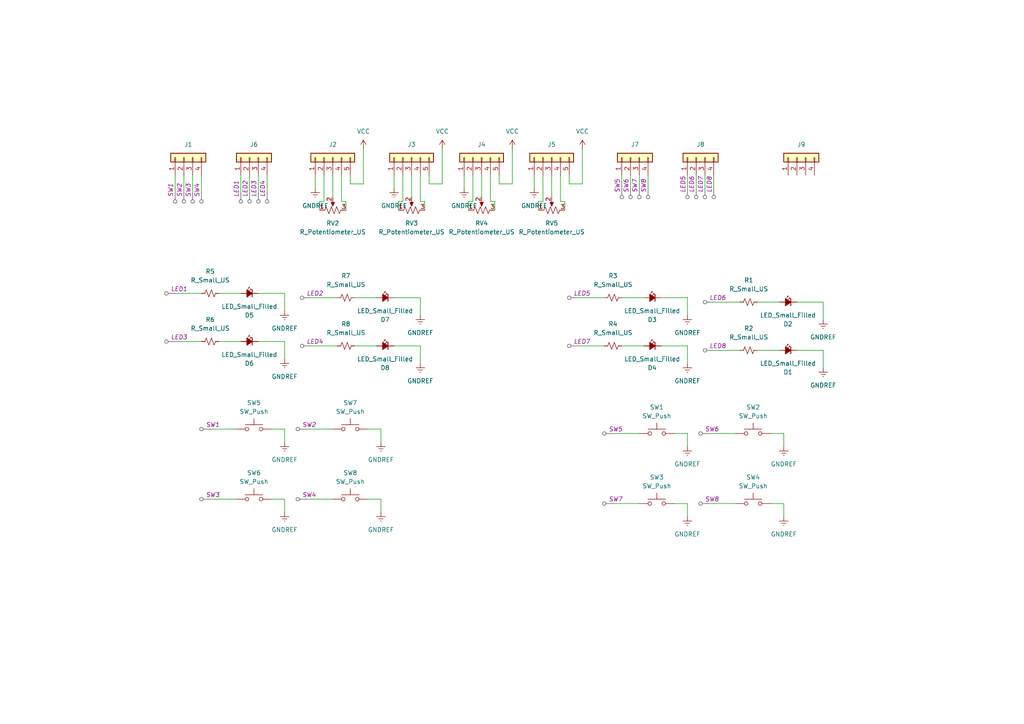
<source format=kicad_sch>
(kicad_sch (version 20230121) (generator eeschema)

  (uuid 838d3905-244a-4bbc-aec5-6ba06a4130ab)

  (paper "A4")

  (lib_symbols
    (symbol "Connector_Generic:Conn_01x04" (pin_names (offset 1.016) hide) (in_bom yes) (on_board yes)
      (property "Reference" "J" (at 0 5.08 0)
        (effects (font (size 1.27 1.27)))
      )
      (property "Value" "Conn_01x04" (at 0 -7.62 0)
        (effects (font (size 1.27 1.27)))
      )
      (property "Footprint" "" (at 0 0 0)
        (effects (font (size 1.27 1.27)) hide)
      )
      (property "Datasheet" "~" (at 0 0 0)
        (effects (font (size 1.27 1.27)) hide)
      )
      (property "ki_keywords" "connector" (at 0 0 0)
        (effects (font (size 1.27 1.27)) hide)
      )
      (property "ki_description" "Generic connector, single row, 01x04, script generated (kicad-library-utils/schlib/autogen/connector/)" (at 0 0 0)
        (effects (font (size 1.27 1.27)) hide)
      )
      (property "ki_fp_filters" "Connector*:*_1x??_*" (at 0 0 0)
        (effects (font (size 1.27 1.27)) hide)
      )
      (symbol "Conn_01x04_1_1"
        (rectangle (start -1.27 -4.953) (end 0 -5.207)
          (stroke (width 0.1524) (type default))
          (fill (type none))
        )
        (rectangle (start -1.27 -2.413) (end 0 -2.667)
          (stroke (width 0.1524) (type default))
          (fill (type none))
        )
        (rectangle (start -1.27 0.127) (end 0 -0.127)
          (stroke (width 0.1524) (type default))
          (fill (type none))
        )
        (rectangle (start -1.27 2.667) (end 0 2.413)
          (stroke (width 0.1524) (type default))
          (fill (type none))
        )
        (rectangle (start -1.27 3.81) (end 1.27 -6.35)
          (stroke (width 0.254) (type default))
          (fill (type background))
        )
        (pin passive line (at -5.08 2.54 0) (length 3.81)
          (name "Pin_1" (effects (font (size 1.27 1.27))))
          (number "1" (effects (font (size 1.27 1.27))))
        )
        (pin passive line (at -5.08 0 0) (length 3.81)
          (name "Pin_2" (effects (font (size 1.27 1.27))))
          (number "2" (effects (font (size 1.27 1.27))))
        )
        (pin passive line (at -5.08 -2.54 0) (length 3.81)
          (name "Pin_3" (effects (font (size 1.27 1.27))))
          (number "3" (effects (font (size 1.27 1.27))))
        )
        (pin passive line (at -5.08 -5.08 0) (length 3.81)
          (name "Pin_4" (effects (font (size 1.27 1.27))))
          (number "4" (effects (font (size 1.27 1.27))))
        )
      )
    )
    (symbol "Connector_Generic:Conn_01x05" (pin_names (offset 1.016) hide) (in_bom yes) (on_board yes)
      (property "Reference" "J" (at 0 7.62 0)
        (effects (font (size 1.27 1.27)))
      )
      (property "Value" "Conn_01x05" (at 0 -7.62 0)
        (effects (font (size 1.27 1.27)))
      )
      (property "Footprint" "" (at 0 0 0)
        (effects (font (size 1.27 1.27)) hide)
      )
      (property "Datasheet" "~" (at 0 0 0)
        (effects (font (size 1.27 1.27)) hide)
      )
      (property "ki_keywords" "connector" (at 0 0 0)
        (effects (font (size 1.27 1.27)) hide)
      )
      (property "ki_description" "Generic connector, single row, 01x05, script generated (kicad-library-utils/schlib/autogen/connector/)" (at 0 0 0)
        (effects (font (size 1.27 1.27)) hide)
      )
      (property "ki_fp_filters" "Connector*:*_1x??_*" (at 0 0 0)
        (effects (font (size 1.27 1.27)) hide)
      )
      (symbol "Conn_01x05_1_1"
        (rectangle (start -1.27 -4.953) (end 0 -5.207)
          (stroke (width 0.1524) (type default))
          (fill (type none))
        )
        (rectangle (start -1.27 -2.413) (end 0 -2.667)
          (stroke (width 0.1524) (type default))
          (fill (type none))
        )
        (rectangle (start -1.27 0.127) (end 0 -0.127)
          (stroke (width 0.1524) (type default))
          (fill (type none))
        )
        (rectangle (start -1.27 2.667) (end 0 2.413)
          (stroke (width 0.1524) (type default))
          (fill (type none))
        )
        (rectangle (start -1.27 5.207) (end 0 4.953)
          (stroke (width 0.1524) (type default))
          (fill (type none))
        )
        (rectangle (start -1.27 6.35) (end 1.27 -6.35)
          (stroke (width 0.254) (type default))
          (fill (type background))
        )
        (pin passive line (at -5.08 5.08 0) (length 3.81)
          (name "Pin_1" (effects (font (size 1.27 1.27))))
          (number "1" (effects (font (size 1.27 1.27))))
        )
        (pin passive line (at -5.08 2.54 0) (length 3.81)
          (name "Pin_2" (effects (font (size 1.27 1.27))))
          (number "2" (effects (font (size 1.27 1.27))))
        )
        (pin passive line (at -5.08 0 0) (length 3.81)
          (name "Pin_3" (effects (font (size 1.27 1.27))))
          (number "3" (effects (font (size 1.27 1.27))))
        )
        (pin passive line (at -5.08 -2.54 0) (length 3.81)
          (name "Pin_4" (effects (font (size 1.27 1.27))))
          (number "4" (effects (font (size 1.27 1.27))))
        )
        (pin passive line (at -5.08 -5.08 0) (length 3.81)
          (name "Pin_5" (effects (font (size 1.27 1.27))))
          (number "5" (effects (font (size 1.27 1.27))))
        )
      )
    )
    (symbol "Device:LED_Small_Filled" (pin_numbers hide) (pin_names (offset 0.254) hide) (in_bom yes) (on_board yes)
      (property "Reference" "D" (at -1.27 3.175 0)
        (effects (font (size 1.27 1.27)) (justify left))
      )
      (property "Value" "LED_Small_Filled" (at -4.445 -2.54 0)
        (effects (font (size 1.27 1.27)) (justify left))
      )
      (property "Footprint" "" (at 0 0 90)
        (effects (font (size 1.27 1.27)) hide)
      )
      (property "Datasheet" "~" (at 0 0 90)
        (effects (font (size 1.27 1.27)) hide)
      )
      (property "ki_keywords" "LED diode light-emitting-diode" (at 0 0 0)
        (effects (font (size 1.27 1.27)) hide)
      )
      (property "ki_description" "Light emitting diode, small symbol, filled shape" (at 0 0 0)
        (effects (font (size 1.27 1.27)) hide)
      )
      (property "ki_fp_filters" "LED* LED_SMD:* LED_THT:*" (at 0 0 0)
        (effects (font (size 1.27 1.27)) hide)
      )
      (symbol "LED_Small_Filled_0_1"
        (polyline
          (pts
            (xy -0.762 -1.016)
            (xy -0.762 1.016)
          )
          (stroke (width 0.254) (type default))
          (fill (type none))
        )
        (polyline
          (pts
            (xy 1.016 0)
            (xy -0.762 0)
          )
          (stroke (width 0) (type default))
          (fill (type none))
        )
        (polyline
          (pts
            (xy 0.762 -1.016)
            (xy -0.762 0)
            (xy 0.762 1.016)
            (xy 0.762 -1.016)
          )
          (stroke (width 0.254) (type default))
          (fill (type outline))
        )
        (polyline
          (pts
            (xy 0 0.762)
            (xy -0.508 1.27)
            (xy -0.254 1.27)
            (xy -0.508 1.27)
            (xy -0.508 1.016)
          )
          (stroke (width 0) (type default))
          (fill (type none))
        )
        (polyline
          (pts
            (xy 0.508 1.27)
            (xy 0 1.778)
            (xy 0.254 1.778)
            (xy 0 1.778)
            (xy 0 1.524)
          )
          (stroke (width 0) (type default))
          (fill (type none))
        )
      )
      (symbol "LED_Small_Filled_1_1"
        (pin passive line (at -2.54 0 0) (length 1.778)
          (name "K" (effects (font (size 1.27 1.27))))
          (number "1" (effects (font (size 1.27 1.27))))
        )
        (pin passive line (at 2.54 0 180) (length 1.778)
          (name "A" (effects (font (size 1.27 1.27))))
          (number "2" (effects (font (size 1.27 1.27))))
        )
      )
    )
    (symbol "Device:R_Potentiometer_US" (pin_names (offset 1.016) hide) (in_bom yes) (on_board yes)
      (property "Reference" "RV" (at -4.445 0 90)
        (effects (font (size 1.27 1.27)))
      )
      (property "Value" "R_Potentiometer_US" (at -2.54 0 90)
        (effects (font (size 1.27 1.27)))
      )
      (property "Footprint" "" (at 0 0 0)
        (effects (font (size 1.27 1.27)) hide)
      )
      (property "Datasheet" "~" (at 0 0 0)
        (effects (font (size 1.27 1.27)) hide)
      )
      (property "ki_keywords" "resistor variable" (at 0 0 0)
        (effects (font (size 1.27 1.27)) hide)
      )
      (property "ki_description" "Potentiometer, US symbol" (at 0 0 0)
        (effects (font (size 1.27 1.27)) hide)
      )
      (property "ki_fp_filters" "Potentiometer*" (at 0 0 0)
        (effects (font (size 1.27 1.27)) hide)
      )
      (symbol "R_Potentiometer_US_0_1"
        (polyline
          (pts
            (xy 0 -2.286)
            (xy 0 -2.54)
          )
          (stroke (width 0) (type default))
          (fill (type none))
        )
        (polyline
          (pts
            (xy 0 2.54)
            (xy 0 2.286)
          )
          (stroke (width 0) (type default))
          (fill (type none))
        )
        (polyline
          (pts
            (xy 2.54 0)
            (xy 1.524 0)
          )
          (stroke (width 0) (type default))
          (fill (type none))
        )
        (polyline
          (pts
            (xy 1.143 0)
            (xy 2.286 0.508)
            (xy 2.286 -0.508)
            (xy 1.143 0)
          )
          (stroke (width 0) (type default))
          (fill (type outline))
        )
        (polyline
          (pts
            (xy 0 -0.762)
            (xy 1.016 -1.143)
            (xy 0 -1.524)
            (xy -1.016 -1.905)
            (xy 0 -2.286)
          )
          (stroke (width 0) (type default))
          (fill (type none))
        )
        (polyline
          (pts
            (xy 0 0.762)
            (xy 1.016 0.381)
            (xy 0 0)
            (xy -1.016 -0.381)
            (xy 0 -0.762)
          )
          (stroke (width 0) (type default))
          (fill (type none))
        )
        (polyline
          (pts
            (xy 0 2.286)
            (xy 1.016 1.905)
            (xy 0 1.524)
            (xy -1.016 1.143)
            (xy 0 0.762)
          )
          (stroke (width 0) (type default))
          (fill (type none))
        )
      )
      (symbol "R_Potentiometer_US_1_1"
        (pin passive line (at 0 3.81 270) (length 1.27)
          (name "1" (effects (font (size 1.27 1.27))))
          (number "1" (effects (font (size 1.27 1.27))))
        )
        (pin passive line (at 3.81 0 180) (length 1.27)
          (name "2" (effects (font (size 1.27 1.27))))
          (number "2" (effects (font (size 1.27 1.27))))
        )
        (pin passive line (at 0 -3.81 90) (length 1.27)
          (name "3" (effects (font (size 1.27 1.27))))
          (number "3" (effects (font (size 1.27 1.27))))
        )
      )
    )
    (symbol "Device:R_Small_US" (pin_numbers hide) (pin_names (offset 0.254) hide) (in_bom yes) (on_board yes)
      (property "Reference" "R" (at 0.762 0.508 0)
        (effects (font (size 1.27 1.27)) (justify left))
      )
      (property "Value" "R_Small_US" (at 0.762 -1.016 0)
        (effects (font (size 1.27 1.27)) (justify left))
      )
      (property "Footprint" "" (at 0 0 0)
        (effects (font (size 1.27 1.27)) hide)
      )
      (property "Datasheet" "~" (at 0 0 0)
        (effects (font (size 1.27 1.27)) hide)
      )
      (property "ki_keywords" "r resistor" (at 0 0 0)
        (effects (font (size 1.27 1.27)) hide)
      )
      (property "ki_description" "Resistor, small US symbol" (at 0 0 0)
        (effects (font (size 1.27 1.27)) hide)
      )
      (property "ki_fp_filters" "R_*" (at 0 0 0)
        (effects (font (size 1.27 1.27)) hide)
      )
      (symbol "R_Small_US_1_1"
        (polyline
          (pts
            (xy 0 0)
            (xy 1.016 -0.381)
            (xy 0 -0.762)
            (xy -1.016 -1.143)
            (xy 0 -1.524)
          )
          (stroke (width 0) (type default))
          (fill (type none))
        )
        (polyline
          (pts
            (xy 0 1.524)
            (xy 1.016 1.143)
            (xy 0 0.762)
            (xy -1.016 0.381)
            (xy 0 0)
          )
          (stroke (width 0) (type default))
          (fill (type none))
        )
        (pin passive line (at 0 2.54 270) (length 1.016)
          (name "~" (effects (font (size 1.27 1.27))))
          (number "1" (effects (font (size 1.27 1.27))))
        )
        (pin passive line (at 0 -2.54 90) (length 1.016)
          (name "~" (effects (font (size 1.27 1.27))))
          (number "2" (effects (font (size 1.27 1.27))))
        )
      )
    )
    (symbol "Switch:SW_Push" (pin_numbers hide) (pin_names (offset 1.016) hide) (in_bom yes) (on_board yes)
      (property "Reference" "SW" (at 1.27 2.54 0)
        (effects (font (size 1.27 1.27)) (justify left))
      )
      (property "Value" "SW_Push" (at 0 -1.524 0)
        (effects (font (size 1.27 1.27)))
      )
      (property "Footprint" "" (at 0 5.08 0)
        (effects (font (size 1.27 1.27)) hide)
      )
      (property "Datasheet" "~" (at 0 5.08 0)
        (effects (font (size 1.27 1.27)) hide)
      )
      (property "ki_keywords" "switch normally-open pushbutton push-button" (at 0 0 0)
        (effects (font (size 1.27 1.27)) hide)
      )
      (property "ki_description" "Push button switch, generic, two pins" (at 0 0 0)
        (effects (font (size 1.27 1.27)) hide)
      )
      (symbol "SW_Push_0_1"
        (circle (center -2.032 0) (radius 0.508)
          (stroke (width 0) (type default))
          (fill (type none))
        )
        (polyline
          (pts
            (xy 0 1.27)
            (xy 0 3.048)
          )
          (stroke (width 0) (type default))
          (fill (type none))
        )
        (polyline
          (pts
            (xy 2.54 1.27)
            (xy -2.54 1.27)
          )
          (stroke (width 0) (type default))
          (fill (type none))
        )
        (circle (center 2.032 0) (radius 0.508)
          (stroke (width 0) (type default))
          (fill (type none))
        )
        (pin passive line (at -5.08 0 0) (length 2.54)
          (name "1" (effects (font (size 1.27 1.27))))
          (number "1" (effects (font (size 1.27 1.27))))
        )
        (pin passive line (at 5.08 0 180) (length 2.54)
          (name "2" (effects (font (size 1.27 1.27))))
          (number "2" (effects (font (size 1.27 1.27))))
        )
      )
    )
    (symbol "power:GNDREF" (power) (pin_names (offset 0)) (in_bom yes) (on_board yes)
      (property "Reference" "#PWR" (at 0 -6.35 0)
        (effects (font (size 1.27 1.27)) hide)
      )
      (property "Value" "GNDREF" (at 0 -3.81 0)
        (effects (font (size 1.27 1.27)))
      )
      (property "Footprint" "" (at 0 0 0)
        (effects (font (size 1.27 1.27)) hide)
      )
      (property "Datasheet" "" (at 0 0 0)
        (effects (font (size 1.27 1.27)) hide)
      )
      (property "ki_keywords" "global power" (at 0 0 0)
        (effects (font (size 1.27 1.27)) hide)
      )
      (property "ki_description" "Power symbol creates a global label with name \"GNDREF\" , reference supply ground" (at 0 0 0)
        (effects (font (size 1.27 1.27)) hide)
      )
      (symbol "GNDREF_0_1"
        (polyline
          (pts
            (xy -0.635 -1.905)
            (xy 0.635 -1.905)
          )
          (stroke (width 0) (type default))
          (fill (type none))
        )
        (polyline
          (pts
            (xy -0.127 -2.54)
            (xy 0.127 -2.54)
          )
          (stroke (width 0) (type default))
          (fill (type none))
        )
        (polyline
          (pts
            (xy 0 -1.27)
            (xy 0 0)
          )
          (stroke (width 0) (type default))
          (fill (type none))
        )
        (polyline
          (pts
            (xy 1.27 -1.27)
            (xy -1.27 -1.27)
          )
          (stroke (width 0) (type default))
          (fill (type none))
        )
      )
      (symbol "GNDREF_1_1"
        (pin power_in line (at 0 0 270) (length 0) hide
          (name "GNDREF" (effects (font (size 1.27 1.27))))
          (number "1" (effects (font (size 1.27 1.27))))
        )
      )
    )
    (symbol "power:VCC" (power) (pin_names (offset 0)) (in_bom yes) (on_board yes)
      (property "Reference" "#PWR" (at 0 -3.81 0)
        (effects (font (size 1.27 1.27)) hide)
      )
      (property "Value" "VCC" (at 0 3.81 0)
        (effects (font (size 1.27 1.27)))
      )
      (property "Footprint" "" (at 0 0 0)
        (effects (font (size 1.27 1.27)) hide)
      )
      (property "Datasheet" "" (at 0 0 0)
        (effects (font (size 1.27 1.27)) hide)
      )
      (property "ki_keywords" "global power" (at 0 0 0)
        (effects (font (size 1.27 1.27)) hide)
      )
      (property "ki_description" "Power symbol creates a global label with name \"VCC\"" (at 0 0 0)
        (effects (font (size 1.27 1.27)) hide)
      )
      (symbol "VCC_0_1"
        (polyline
          (pts
            (xy -0.762 1.27)
            (xy 0 2.54)
          )
          (stroke (width 0) (type default))
          (fill (type none))
        )
        (polyline
          (pts
            (xy 0 0)
            (xy 0 2.54)
          )
          (stroke (width 0) (type default))
          (fill (type none))
        )
        (polyline
          (pts
            (xy 0 2.54)
            (xy 0.762 1.27)
          )
          (stroke (width 0) (type default))
          (fill (type none))
        )
      )
      (symbol "VCC_1_1"
        (pin power_in line (at 0 0 90) (length 0) hide
          (name "VCC" (effects (font (size 1.27 1.27))))
          (number "1" (effects (font (size 1.27 1.27))))
        )
      )
    )
  )


  (wire (pts (xy 204.47 50.8) (xy 204.47 54.61))
    (stroke (width 0) (type default))
    (uuid 012328e8-7b1c-4118-9cbd-1a48357b7877)
  )
  (wire (pts (xy 156.21 58.42) (xy 156.21 60.96))
    (stroke (width 0) (type default))
    (uuid 01eeed7e-8712-4c4f-8c50-b60257c3564c)
  )
  (wire (pts (xy 82.55 144.78) (xy 82.55 148.59))
    (stroke (width 0) (type default))
    (uuid 02648ada-40e9-4dee-8ae3-575acd095f03)
  )
  (wire (pts (xy 74.93 99.06) (xy 82.55 99.06))
    (stroke (width 0) (type default))
    (uuid 033b8de1-5541-431a-9c43-5b2c698ae1c8)
  )
  (wire (pts (xy 90.17 86.36) (xy 97.79 86.36))
    (stroke (width 0) (type default))
    (uuid 098f499c-1c76-44ee-992d-b44cd1044754)
  )
  (wire (pts (xy 55.88 50.8) (xy 55.88 55.88))
    (stroke (width 0) (type default))
    (uuid 09b0f539-fb79-439c-b89b-96fb81ad27a3)
  )
  (wire (pts (xy 72.39 50.8) (xy 72.39 55.88))
    (stroke (width 0) (type default))
    (uuid 0de34042-01c1-40c4-ba9a-8a1c7abb4351)
  )
  (wire (pts (xy 110.49 144.78) (xy 110.49 148.59))
    (stroke (width 0) (type default))
    (uuid 10e4f39b-38d8-48a6-80c0-4eedc4e60cd1)
  )
  (wire (pts (xy 114.3 86.36) (xy 121.92 86.36))
    (stroke (width 0) (type default))
    (uuid 11943b33-09d5-4600-a13c-fd90a6608220)
  )
  (wire (pts (xy 128.27 43.18) (xy 128.27 53.34))
    (stroke (width 0) (type default))
    (uuid 11fd7463-6077-4396-b7b1-87356f567f0e)
  )
  (wire (pts (xy 124.46 50.8) (xy 124.46 53.34))
    (stroke (width 0) (type default))
    (uuid 12032d00-2bd4-4887-99e7-0956fc01c729)
  )
  (wire (pts (xy 121.92 100.33) (xy 121.92 105.41))
    (stroke (width 0) (type default))
    (uuid 1215a519-070f-4ff6-9f22-66fb2902faeb)
  )
  (wire (pts (xy 63.5 85.09) (xy 69.85 85.09))
    (stroke (width 0) (type default))
    (uuid 1444ef46-b19b-48b0-99c2-45c68efa413a)
  )
  (wire (pts (xy 50.8 85.09) (xy 58.42 85.09))
    (stroke (width 0) (type default))
    (uuid 1445df99-4923-4934-ad34-2228cd47a6dd)
  )
  (wire (pts (xy 135.89 58.42) (xy 135.89 60.96))
    (stroke (width 0) (type default))
    (uuid 160ab204-e909-4146-b637-46cbe20f2507)
  )
  (wire (pts (xy 213.36 125.73) (xy 205.74 125.73))
    (stroke (width 0) (type default))
    (uuid 19a501ff-592c-40ae-be25-4280886265e6)
  )
  (wire (pts (xy 185.42 50.8) (xy 185.42 54.61))
    (stroke (width 0) (type default))
    (uuid 21ab1e31-1464-4a63-aede-43280f1e59c5)
  )
  (wire (pts (xy 137.16 50.8) (xy 137.16 58.42))
    (stroke (width 0) (type default))
    (uuid 25f9ffbe-1e7a-462f-91d6-c4c94137de3a)
  )
  (wire (pts (xy 123.19 58.42) (xy 123.19 60.96))
    (stroke (width 0) (type default))
    (uuid 263c6ca3-3a2c-4ec2-be66-e9db355b0735)
  )
  (wire (pts (xy 168.91 43.18) (xy 168.91 53.34))
    (stroke (width 0) (type default))
    (uuid 28a015f7-e3c2-44f1-b5a3-8ea96759c3ae)
  )
  (wire (pts (xy 63.5 99.06) (xy 69.85 99.06))
    (stroke (width 0) (type default))
    (uuid 28f842bf-868e-47fd-949f-e6d78d4d44e3)
  )
  (wire (pts (xy 195.58 146.05) (xy 199.39 146.05))
    (stroke (width 0) (type default))
    (uuid 2923276c-9f7c-43b7-a3a0-9d64d8867c87)
  )
  (wire (pts (xy 185.42 125.73) (xy 177.8 125.73))
    (stroke (width 0) (type default))
    (uuid 298183bf-fdb6-4a46-bb07-00106f63e023)
  )
  (wire (pts (xy 165.1 50.8) (xy 165.1 53.34))
    (stroke (width 0) (type default))
    (uuid 2dc4fe16-d51c-4c84-89b2-b39c18c6ea07)
  )
  (wire (pts (xy 115.57 58.42) (xy 115.57 60.96))
    (stroke (width 0) (type default))
    (uuid 30a19387-be1d-486b-b810-1aa7aa98944d)
  )
  (wire (pts (xy 105.41 43.18) (xy 105.41 53.34))
    (stroke (width 0) (type default))
    (uuid 322bac5d-1414-4fc8-91f6-e0d7556f8749)
  )
  (wire (pts (xy 105.41 53.34) (xy 101.6 53.34))
    (stroke (width 0) (type default))
    (uuid 3924fe97-0ac0-40d6-85f7-ed49c762f30a)
  )
  (wire (pts (xy 90.17 100.33) (xy 97.79 100.33))
    (stroke (width 0) (type default))
    (uuid 3a86cbd8-554c-49cc-9e9b-b9349cb8b7ea)
  )
  (wire (pts (xy 231.14 87.63) (xy 238.76 87.63))
    (stroke (width 0) (type default))
    (uuid 3ae4486d-5b20-4b21-9394-30f2d2611c26)
  )
  (wire (pts (xy 142.24 58.42) (xy 143.51 58.42))
    (stroke (width 0) (type default))
    (uuid 3af90f5e-ffe5-4930-b11a-e87f6e0dc211)
  )
  (wire (pts (xy 119.38 50.8) (xy 119.38 57.15))
    (stroke (width 0) (type default))
    (uuid 3c34809f-0289-406f-9716-58fec1de3ab5)
  )
  (wire (pts (xy 162.56 58.42) (xy 163.83 58.42))
    (stroke (width 0) (type default))
    (uuid 3e5394b4-8ed1-4b2d-a6dc-62b23b4401c1)
  )
  (wire (pts (xy 101.6 50.8) (xy 101.6 53.34))
    (stroke (width 0) (type default))
    (uuid 40fef2f1-5347-4d00-9fe5-88b4283fe00e)
  )
  (wire (pts (xy 185.42 146.05) (xy 177.8 146.05))
    (stroke (width 0) (type default))
    (uuid 46f870cf-0076-433a-8fdc-299d8df4a18f)
  )
  (wire (pts (xy 167.64 100.33) (xy 175.26 100.33))
    (stroke (width 0) (type default))
    (uuid 49e5cdbc-d464-447c-8367-7cd55258d984)
  )
  (wire (pts (xy 201.93 50.8) (xy 201.93 54.61))
    (stroke (width 0) (type default))
    (uuid 4be563f6-d04d-4640-8a12-c29eb093f904)
  )
  (wire (pts (xy 68.58 144.78) (xy 60.96 144.78))
    (stroke (width 0) (type default))
    (uuid 4dd27703-8b6b-4ba9-b000-aef25871c133)
  )
  (wire (pts (xy 199.39 100.33) (xy 199.39 105.41))
    (stroke (width 0) (type default))
    (uuid 558d0671-b37c-4a3c-8be5-54b47d09bfb9)
  )
  (wire (pts (xy 121.92 86.36) (xy 121.92 91.44))
    (stroke (width 0) (type default))
    (uuid 55e43b9a-ef60-40e7-acd0-ab80478da84a)
  )
  (wire (pts (xy 199.39 146.05) (xy 199.39 149.86))
    (stroke (width 0) (type default))
    (uuid 57495858-184e-42a7-8a0f-94572d27502b)
  )
  (wire (pts (xy 238.76 87.63) (xy 238.76 92.71))
    (stroke (width 0) (type default))
    (uuid 5aab0a4b-f54f-4cd2-92c6-c61371cd02e8)
  )
  (wire (pts (xy 219.71 87.63) (xy 226.06 87.63))
    (stroke (width 0) (type default))
    (uuid 5b169a77-d359-4bcb-9f7f-3769dd83fc4b)
  )
  (wire (pts (xy 92.71 58.42) (xy 92.71 60.96))
    (stroke (width 0) (type default))
    (uuid 61071faa-2827-4f62-af9d-01a036c5818b)
  )
  (wire (pts (xy 154.94 50.8) (xy 154.94 54.61))
    (stroke (width 0) (type default))
    (uuid 641abaeb-f6b5-44d4-b7bb-217412efb34d)
  )
  (wire (pts (xy 195.58 125.73) (xy 199.39 125.73))
    (stroke (width 0) (type default))
    (uuid 6468a651-2138-452e-8e3c-983d5d5dc722)
  )
  (wire (pts (xy 116.84 58.42) (xy 115.57 58.42))
    (stroke (width 0) (type default))
    (uuid 64960204-18ef-41e1-a177-606e1305f502)
  )
  (wire (pts (xy 207.01 87.63) (xy 214.63 87.63))
    (stroke (width 0) (type default))
    (uuid 6ac0801d-25fc-472d-bffc-fadb1457012a)
  )
  (wire (pts (xy 93.98 58.42) (xy 92.71 58.42))
    (stroke (width 0) (type default))
    (uuid 6ae13154-c2a0-4b7a-9adc-37b9e487bc9e)
  )
  (wire (pts (xy 50.8 99.06) (xy 58.42 99.06))
    (stroke (width 0) (type default))
    (uuid 6b81208c-4b30-4221-bba3-436f9244319a)
  )
  (wire (pts (xy 91.44 50.8) (xy 91.44 54.61))
    (stroke (width 0) (type default))
    (uuid 6c3186f1-514c-42b4-aa90-38c05d36e658)
  )
  (wire (pts (xy 168.91 53.34) (xy 165.1 53.34))
    (stroke (width 0) (type default))
    (uuid 6df0fbfc-1c72-42f0-8f83-2613347dd31d)
  )
  (wire (pts (xy 77.47 50.8) (xy 77.47 55.88))
    (stroke (width 0) (type default))
    (uuid 6e7c25f3-0377-4e2c-8509-efe49766fb26)
  )
  (wire (pts (xy 99.06 50.8) (xy 99.06 58.42))
    (stroke (width 0) (type default))
    (uuid 6ef17832-e9a5-4be6-b8e9-64c1d43ebe76)
  )
  (wire (pts (xy 116.84 50.8) (xy 116.84 58.42))
    (stroke (width 0) (type default))
    (uuid 76c9be31-31e2-4b24-a32a-53cd75f25558)
  )
  (wire (pts (xy 139.7 50.8) (xy 139.7 57.15))
    (stroke (width 0) (type default))
    (uuid 76ebda56-353a-4bbe-89db-7ed19dc18256)
  )
  (wire (pts (xy 69.85 50.8) (xy 69.85 55.88))
    (stroke (width 0) (type default))
    (uuid 7e4d0cb0-1857-4ede-98e7-7665a5b57d6b)
  )
  (wire (pts (xy 96.52 50.8) (xy 96.52 57.15))
    (stroke (width 0) (type default))
    (uuid 7fac14f7-44a6-409b-bb88-6d3e601956b3)
  )
  (wire (pts (xy 162.56 50.8) (xy 162.56 58.42))
    (stroke (width 0) (type default))
    (uuid 811e2b0f-833c-4344-82ad-c6e96aaf62a6)
  )
  (wire (pts (xy 231.14 101.6) (xy 238.76 101.6))
    (stroke (width 0) (type default))
    (uuid 83afae40-dedf-4db2-a3b4-a6212b15a1cd)
  )
  (wire (pts (xy 148.59 43.18) (xy 148.59 53.34))
    (stroke (width 0) (type default))
    (uuid 86b3c202-6974-42fb-86b1-77b0418cb65e)
  )
  (wire (pts (xy 50.8 50.8) (xy 50.8 55.88))
    (stroke (width 0) (type default))
    (uuid 884a2e7d-90ca-4cbd-b77b-19c99a1fbb17)
  )
  (wire (pts (xy 148.59 53.34) (xy 144.78 53.34))
    (stroke (width 0) (type default))
    (uuid 8bd7beb8-7a84-44d7-b63c-7a290bca7e58)
  )
  (wire (pts (xy 199.39 125.73) (xy 199.39 129.54))
    (stroke (width 0) (type default))
    (uuid 8e9dc770-807c-4b9a-81b7-abc5d53ddc14)
  )
  (wire (pts (xy 74.93 50.8) (xy 74.93 55.88))
    (stroke (width 0) (type default))
    (uuid 8eaba015-3823-4831-a5bd-2d7ef48209cf)
  )
  (wire (pts (xy 114.3 100.33) (xy 121.92 100.33))
    (stroke (width 0) (type default))
    (uuid 9334e2cb-645b-4a16-8b4a-c63431ba10d7)
  )
  (wire (pts (xy 219.71 101.6) (xy 226.06 101.6))
    (stroke (width 0) (type default))
    (uuid 93c813c0-e8d8-410e-9409-54398c37f42e)
  )
  (wire (pts (xy 106.68 144.78) (xy 110.49 144.78))
    (stroke (width 0) (type default))
    (uuid 9558cd35-91a8-4c06-9c39-c2fcbe6a8014)
  )
  (wire (pts (xy 110.49 124.46) (xy 110.49 128.27))
    (stroke (width 0) (type default))
    (uuid 9804a1e3-baa7-462e-b744-1515ab40bd1e)
  )
  (wire (pts (xy 180.34 86.36) (xy 186.69 86.36))
    (stroke (width 0) (type default))
    (uuid 9929cbd4-2919-45b8-8ab8-574ca5ec7294)
  )
  (wire (pts (xy 53.34 50.8) (xy 53.34 55.88))
    (stroke (width 0) (type default))
    (uuid 9953a393-faa9-4b45-b48d-898028a07718)
  )
  (wire (pts (xy 167.64 86.36) (xy 175.26 86.36))
    (stroke (width 0) (type default))
    (uuid 9cc03855-b963-4645-9d16-fa6086a772bc)
  )
  (wire (pts (xy 78.74 124.46) (xy 82.55 124.46))
    (stroke (width 0) (type default))
    (uuid 9f3cfa6d-9561-4cb4-92e3-05fb1b4c8f50)
  )
  (wire (pts (xy 199.39 86.36) (xy 199.39 91.44))
    (stroke (width 0) (type default))
    (uuid a12f8a81-d5c6-485b-b35c-a40d737f94a3)
  )
  (wire (pts (xy 238.76 101.6) (xy 238.76 106.68))
    (stroke (width 0) (type default))
    (uuid a5e56330-fde8-4e77-9dc0-b771220388d9)
  )
  (wire (pts (xy 180.34 50.8) (xy 180.34 54.61))
    (stroke (width 0) (type default))
    (uuid a6ca5bcc-d7e9-49d6-998f-b99f5d8d6219)
  )
  (wire (pts (xy 191.77 100.33) (xy 199.39 100.33))
    (stroke (width 0) (type default))
    (uuid a83ea3ee-4993-4b7d-8350-1871a64a745d)
  )
  (wire (pts (xy 58.42 50.8) (xy 58.42 55.88))
    (stroke (width 0) (type default))
    (uuid aaebd13d-19b7-4b79-bf61-fe91d25f0a3e)
  )
  (wire (pts (xy 207.01 101.6) (xy 214.63 101.6))
    (stroke (width 0) (type default))
    (uuid ab3d1a5a-4f11-4584-8faf-d030d790bca3)
  )
  (wire (pts (xy 223.52 146.05) (xy 227.33 146.05))
    (stroke (width 0) (type default))
    (uuid abe7148a-dc71-43a4-9627-02ea37acf21e)
  )
  (wire (pts (xy 227.33 125.73) (xy 227.33 129.54))
    (stroke (width 0) (type default))
    (uuid af6e97b3-8bf9-4b5f-bf6c-460e60ffbf28)
  )
  (wire (pts (xy 142.24 50.8) (xy 142.24 58.42))
    (stroke (width 0) (type default))
    (uuid b22a3ef3-94c9-4252-b439-9aab79dd0845)
  )
  (wire (pts (xy 157.48 50.8) (xy 157.48 58.42))
    (stroke (width 0) (type default))
    (uuid b54c7619-929e-4126-a4af-b27ce0922ad0)
  )
  (wire (pts (xy 213.36 146.05) (xy 205.74 146.05))
    (stroke (width 0) (type default))
    (uuid b98d25f8-31ab-4471-aa76-11a3ca5404b2)
  )
  (wire (pts (xy 180.34 100.33) (xy 186.69 100.33))
    (stroke (width 0) (type default))
    (uuid ba43c283-322b-42ba-a72b-1c72b872ddee)
  )
  (wire (pts (xy 102.87 86.36) (xy 109.22 86.36))
    (stroke (width 0) (type default))
    (uuid c37a75e9-86b9-48c1-a05e-070237423489)
  )
  (wire (pts (xy 137.16 58.42) (xy 135.89 58.42))
    (stroke (width 0) (type default))
    (uuid c37b5d32-4267-4cce-89f2-bc6e2e47894d)
  )
  (wire (pts (xy 163.83 58.42) (xy 163.83 60.96))
    (stroke (width 0) (type default))
    (uuid c3de6ca4-50ca-4858-94d8-c885a3e18753)
  )
  (wire (pts (xy 134.62 50.8) (xy 134.62 54.61))
    (stroke (width 0) (type default))
    (uuid c5d7341d-693d-43c3-8a25-a322b2f637ee)
  )
  (wire (pts (xy 187.96 50.8) (xy 187.96 54.61))
    (stroke (width 0) (type default))
    (uuid c709b9b9-b400-49a8-9050-e386eec04954)
  )
  (wire (pts (xy 121.92 50.8) (xy 121.92 58.42))
    (stroke (width 0) (type default))
    (uuid c98d7d00-7e0f-4167-9997-0017b5061a07)
  )
  (wire (pts (xy 157.48 58.42) (xy 156.21 58.42))
    (stroke (width 0) (type default))
    (uuid cbddcbb6-9653-499d-853b-44744f52c0a7)
  )
  (wire (pts (xy 121.92 58.42) (xy 123.19 58.42))
    (stroke (width 0) (type default))
    (uuid cc4de7cd-7e6e-4eea-879e-41466aec7a15)
  )
  (wire (pts (xy 74.93 85.09) (xy 82.55 85.09))
    (stroke (width 0) (type default))
    (uuid d1d3ffbc-013a-4f26-9a18-d4752a1b05c6)
  )
  (wire (pts (xy 143.51 58.42) (xy 143.51 60.96))
    (stroke (width 0) (type default))
    (uuid d56c5e32-073e-4b8d-98b2-999e8f7828e2)
  )
  (wire (pts (xy 93.98 50.8) (xy 93.98 58.42))
    (stroke (width 0) (type default))
    (uuid d61cbc82-c1e7-4e14-bd42-b8a12fcc791d)
  )
  (wire (pts (xy 114.3 50.8) (xy 114.3 54.61))
    (stroke (width 0) (type default))
    (uuid d9b9b10d-52ba-486b-87f0-cc6bb80ccc2c)
  )
  (wire (pts (xy 199.39 50.8) (xy 199.39 54.61))
    (stroke (width 0) (type default))
    (uuid dd638841-f2f8-4b2d-a1f4-109c64a1a477)
  )
  (wire (pts (xy 144.78 50.8) (xy 144.78 53.34))
    (stroke (width 0) (type default))
    (uuid df2eb98d-b415-4811-834d-14a5c9303d88)
  )
  (wire (pts (xy 82.55 85.09) (xy 82.55 90.17))
    (stroke (width 0) (type default))
    (uuid e0e598d0-1e03-4e8b-9454-afa61954d2e8)
  )
  (wire (pts (xy 68.58 124.46) (xy 60.96 124.46))
    (stroke (width 0) (type default))
    (uuid e1bbb4b2-25d6-451c-8153-55a8087bd391)
  )
  (wire (pts (xy 160.02 50.8) (xy 160.02 57.15))
    (stroke (width 0) (type default))
    (uuid e20fd6c0-637a-47dd-bdc1-0f134a3802d1)
  )
  (wire (pts (xy 128.27 53.34) (xy 124.46 53.34))
    (stroke (width 0) (type default))
    (uuid e3cf8879-2302-42d4-a75c-477bf499816f)
  )
  (wire (pts (xy 100.33 58.42) (xy 100.33 60.96))
    (stroke (width 0) (type default))
    (uuid e5caaf01-f6d5-4a5a-a66b-41dff4fc827b)
  )
  (wire (pts (xy 182.88 50.8) (xy 182.88 54.61))
    (stroke (width 0) (type default))
    (uuid e6f2bbb2-82c7-4ba9-8fd7-06fe96bf4128)
  )
  (wire (pts (xy 191.77 86.36) (xy 199.39 86.36))
    (stroke (width 0) (type default))
    (uuid e9cde6d1-81e6-4c09-a2bd-79be7ccdc1fa)
  )
  (wire (pts (xy 96.52 144.78) (xy 88.9 144.78))
    (stroke (width 0) (type default))
    (uuid ea84e16b-e590-4404-abb9-78a5e4eee975)
  )
  (wire (pts (xy 223.52 125.73) (xy 227.33 125.73))
    (stroke (width 0) (type default))
    (uuid ef9a5dd3-f641-4dce-aab7-d8ebcdcf72fc)
  )
  (wire (pts (xy 106.68 124.46) (xy 110.49 124.46))
    (stroke (width 0) (type default))
    (uuid efaf58e0-c9e2-4d73-8cf5-f9c76da8cf4d)
  )
  (wire (pts (xy 99.06 58.42) (xy 100.33 58.42))
    (stroke (width 0) (type default))
    (uuid f0869f54-9e32-434c-9edb-4ad59776b2d3)
  )
  (wire (pts (xy 227.33 146.05) (xy 227.33 149.86))
    (stroke (width 0) (type default))
    (uuid f16f9125-4623-455a-924d-ffd1ce3ce2aa)
  )
  (wire (pts (xy 102.87 100.33) (xy 109.22 100.33))
    (stroke (width 0) (type default))
    (uuid f1936b24-d1a6-40f0-baec-da9fdc61f4e4)
  )
  (wire (pts (xy 207.01 50.8) (xy 207.01 54.61))
    (stroke (width 0) (type default))
    (uuid f47fcea4-774e-40d2-a480-aa18d1512ae0)
  )
  (wire (pts (xy 82.55 99.06) (xy 82.55 104.14))
    (stroke (width 0) (type default))
    (uuid f4ea7757-807e-4fb0-a524-727127485aff)
  )
  (wire (pts (xy 96.52 124.46) (xy 88.9 124.46))
    (stroke (width 0) (type default))
    (uuid f6a0b3df-5616-468f-b4f2-d12f1e304ee9)
  )
  (wire (pts (xy 82.55 124.46) (xy 82.55 128.27))
    (stroke (width 0) (type default))
    (uuid fb0700a2-08c8-488a-86ba-97c86f76dcf3)
  )
  (wire (pts (xy 78.74 144.78) (xy 82.55 144.78))
    (stroke (width 0) (type default))
    (uuid fc067f9a-a89e-42cd-bd56-069ff2444545)
  )

  (netclass_flag "" (length 2.54) (shape round) (at 53.34 55.88 180)
    (effects (font (size 1.27 1.27)) (justify right bottom))
    (uuid 29bd4fac-8ad8-493f-b52e-44eb3324350e)
    (property "Netclass" "SW2" (at 52.07 57.15 90)
      (effects (font (size 1.27 1.27) italic) (justify left))
    )
  )
  (netclass_flag "" (length 2.54) (shape round) (at 50.8 99.06 90)
    (effects (font (size 1.27 1.27)) (justify left bottom))
    (uuid 2c307db1-cac2-4fcd-860a-72da2ef87f10)
    (property "Netclass" "LED3" (at 49.53 97.79 0)
      (effects (font (size 1.27 1.27) italic) (justify left))
    )
  )
  (netclass_flag "" (length 2.54) (shape round) (at 207.01 54.61 180)
    (effects (font (size 1.27 1.27)) (justify right bottom))
    (uuid 2d8e97a5-ff0c-43b2-90bd-9c35d09aadbc)
    (property "Netclass" "LED8" (at 205.74 55.88 90)
      (effects (font (size 1.27 1.27) italic) (justify left))
    )
  )
  (netclass_flag "" (length 2.54) (shape round) (at 185.42 54.61 180)
    (effects (font (size 1.27 1.27)) (justify right bottom))
    (uuid 3e4db14d-e9e8-468e-a368-c7a2225c28fd)
    (property "Netclass" "SW7" (at 184.15 55.88 90)
      (effects (font (size 1.27 1.27) italic) (justify left))
    )
  )
  (netclass_flag "" (length 2.54) (shape round) (at 177.8 125.73 90)
    (effects (font (size 1.27 1.27)) (justify left bottom))
    (uuid 4c6e12cd-ad13-4220-9e14-1751db0d069d)
    (property "Netclass" "SW5" (at 176.53 124.46 0)
      (effects (font (size 1.27 1.27) italic) (justify left))
    )
  )
  (netclass_flag "" (length 2.54) (shape round) (at 207.01 87.63 90)
    (effects (font (size 1.27 1.27)) (justify left bottom))
    (uuid 4cd22a66-fb53-4fd2-99c2-225c32e53652)
    (property "Netclass" "LED6" (at 205.74 86.36 0)
      (effects (font (size 1.27 1.27) italic) (justify left))
    )
  )
  (netclass_flag "" (length 2.54) (shape round) (at 60.96 124.46 90)
    (effects (font (size 1.27 1.27)) (justify left bottom))
    (uuid 548ee64b-848f-4bcf-9e33-86d1e9c41864)
    (property "Netclass" "SW1" (at 59.69 123.19 0)
      (effects (font (size 1.27 1.27) italic) (justify left))
    )
  )
  (netclass_flag "" (length 2.54) (shape round) (at 90.17 86.36 90)
    (effects (font (size 1.27 1.27)) (justify left bottom))
    (uuid 58e7279b-ed47-4f08-9210-a5cde8b5d664)
    (property "Netclass" "LED2" (at 88.9 85.09 0)
      (effects (font (size 1.27 1.27) italic) (justify left))
    )
  )
  (netclass_flag "" (length 2.54) (shape round) (at 204.47 54.61 180)
    (effects (font (size 1.27 1.27)) (justify right bottom))
    (uuid 61c1d790-7990-4d73-bb0c-4ae0c40a7c06)
    (property "Netclass" "LED7" (at 203.2 55.88 90)
      (effects (font (size 1.27 1.27) italic) (justify left))
    )
  )
  (netclass_flag "" (length 2.54) (shape round) (at 177.8 146.05 90)
    (effects (font (size 1.27 1.27)) (justify left bottom))
    (uuid 658c3afb-d8f9-405d-ad10-b62a38996a89)
    (property "Netclass" "SW7" (at 176.53 144.78 0)
      (effects (font (size 1.27 1.27) italic) (justify left))
    )
  )
  (netclass_flag "" (length 2.54) (shape round) (at 201.93 54.61 180)
    (effects (font (size 1.27 1.27)) (justify right bottom))
    (uuid 70bcc4ff-1550-4468-9666-8eb7d88abd20)
    (property "Netclass" "LED6" (at 200.66 55.88 90)
      (effects (font (size 1.27 1.27) italic) (justify left))
    )
  )
  (netclass_flag "" (length 2.54) (shape round) (at 207.01 101.6 90)
    (effects (font (size 1.27 1.27)) (justify left bottom))
    (uuid 785fd30a-ca28-4e8c-a73d-b57d5cf3130e)
    (property "Netclass" "LED8" (at 205.74 100.33 0)
      (effects (font (size 1.27 1.27) italic) (justify left))
    )
  )
  (netclass_flag "" (length 2.54) (shape round) (at 90.17 100.33 90)
    (effects (font (size 1.27 1.27)) (justify left bottom))
    (uuid 78a57fe7-ac71-4785-a83b-dd790d1dcf78)
    (property "Netclass" "LED4" (at 88.9 99.06 0)
      (effects (font (size 1.27 1.27) italic) (justify left))
    )
  )
  (netclass_flag "" (length 2.54) (shape round) (at 88.9 124.46 90)
    (effects (font (size 1.27 1.27)) (justify left bottom))
    (uuid 7d45b9fd-c649-4275-ac6c-43cac00a3b83)
    (property "Netclass" "SW2" (at 87.63 123.19 0)
      (effects (font (size 1.27 1.27) italic) (justify left))
    )
  )
  (netclass_flag "" (length 2.54) (shape round) (at 72.39 55.88 180)
    (effects (font (size 1.27 1.27)) (justify right bottom))
    (uuid 88468f78-d0a9-4413-b080-a7849830912a)
    (property "Netclass" "LED2" (at 71.12 57.15 90)
      (effects (font (size 1.27 1.27) italic) (justify left))
    )
  )
  (netclass_flag "" (length 2.54) (shape round) (at 167.64 100.33 90)
    (effects (font (size 1.27 1.27)) (justify left bottom))
    (uuid 8f643518-722f-4a24-9ccf-40dc213aa18c)
    (property "Netclass" "LED7" (at 166.37 99.06 0)
      (effects (font (size 1.27 1.27) italic) (justify left))
    )
  )
  (netclass_flag "" (length 2.54) (shape round) (at 180.34 54.61 180)
    (effects (font (size 1.27 1.27)) (justify right bottom))
    (uuid 9253e96a-8ec8-40b5-8342-f4225ec9ed4f)
    (property "Netclass" "SW5" (at 179.07 55.88 90)
      (effects (font (size 1.27 1.27) italic) (justify left))
    )
  )
  (netclass_flag "" (length 2.54) (shape round) (at 60.96 144.78 90)
    (effects (font (size 1.27 1.27)) (justify left bottom))
    (uuid 93f51822-d39a-456f-a75c-139f6d26545c)
    (property "Netclass" "SW3" (at 59.69 143.51 0)
      (effects (font (size 1.27 1.27) italic) (justify left))
    )
  )
  (netclass_flag "" (length 2.54) (shape round) (at 205.74 125.73 90)
    (effects (font (size 1.27 1.27)) (justify left bottom))
    (uuid 94a6b083-9638-47c1-8f7a-26964db17043)
    (property "Netclass" "SW6" (at 204.47 124.46 0)
      (effects (font (size 1.27 1.27) italic) (justify left))
    )
  )
  (netclass_flag "" (length 2.54) (shape round) (at 182.88 54.61 180)
    (effects (font (size 1.27 1.27)) (justify right bottom))
    (uuid aa00b762-c123-419a-b524-4bf57480f015)
    (property "Netclass" "SW6" (at 181.61 55.88 90)
      (effects (font (size 1.27 1.27) italic) (justify left))
    )
  )
  (netclass_flag "" (length 2.54) (shape round) (at 77.47 55.88 180)
    (effects (font (size 1.27 1.27)) (justify right bottom))
    (uuid b0d796f4-cfe0-4e6e-8358-9c4106ebc213)
    (property "Netclass" "LED4" (at 76.2 57.15 90)
      (effects (font (size 1.27 1.27) italic) (justify left))
    )
  )
  (netclass_flag "" (length 2.54) (shape round) (at 50.8 55.88 180)
    (effects (font (size 1.27 1.27)) (justify right bottom))
    (uuid b67ebacf-50a8-47d4-b9dc-6de60ec03dbe)
    (property "Netclass" "SW1" (at 49.53 57.15 90)
      (effects (font (size 1.27 1.27) italic) (justify left))
    )
  )
  (netclass_flag "" (length 2.54) (shape round) (at 58.42 55.88 180)
    (effects (font (size 1.27 1.27)) (justify right bottom))
    (uuid ba25cb2e-3d89-4853-9758-0a2aee3a457c)
    (property "Netclass" "SW4" (at 57.15 57.15 90)
      (effects (font (size 1.27 1.27) italic) (justify left))
    )
  )
  (netclass_flag "" (length 2.54) (shape round) (at 167.64 86.36 90)
    (effects (font (size 1.27 1.27)) (justify left bottom))
    (uuid bfda181f-6955-4cdf-a980-ffb4b04e4296)
    (property "Netclass" "LED5" (at 166.37 85.09 0)
      (effects (font (size 1.27 1.27) italic) (justify left))
    )
  )
  (netclass_flag "" (length 2.54) (shape round) (at 55.88 55.88 180)
    (effects (font (size 1.27 1.27)) (justify right bottom))
    (uuid c9b793ce-80e2-4c3a-baeb-79ac9b65b128)
    (property "Netclass" "SW3" (at 54.61 57.15 90)
      (effects (font (size 1.27 1.27) italic) (justify left))
    )
  )
  (netclass_flag "" (length 2.54) (shape round) (at 199.39 54.61 180)
    (effects (font (size 1.27 1.27)) (justify right bottom))
    (uuid d1a718d3-8106-4034-9b0c-91d4570fc3c3)
    (property "Netclass" "LED5" (at 198.12 55.88 90)
      (effects (font (size 1.27 1.27) italic) (justify left))
    )
  )
  (netclass_flag "" (length 2.54) (shape round) (at 50.8 85.09 90)
    (effects (font (size 1.27 1.27)) (justify left bottom))
    (uuid e0cc01b3-4736-4d71-9afb-702bd933fe4d)
    (property "Netclass" "LED1" (at 49.53 83.82 0)
      (effects (font (size 1.27 1.27) italic) (justify left))
    )
  )
  (netclass_flag "" (length 2.54) (shape round) (at 88.9 144.78 90)
    (effects (font (size 1.27 1.27)) (justify left bottom))
    (uuid ebaa2218-8302-4ea0-8533-76ab1691c831)
    (property "Netclass" "SW4" (at 87.63 143.51 0)
      (effects (font (size 1.27 1.27) italic) (justify left))
    )
  )
  (netclass_flag "" (length 2.54) (shape round) (at 187.96 54.61 180)
    (effects (font (size 1.27 1.27)) (justify right bottom))
    (uuid f3c95ee6-141d-46fa-8258-7fcb08a133d5)
    (property "Netclass" "SW8" (at 186.69 55.88 90)
      (effects (font (size 1.27 1.27) italic) (justify left))
    )
  )
  (netclass_flag "" (length 2.54) (shape round) (at 74.93 55.88 180)
    (effects (font (size 1.27 1.27)) (justify right bottom))
    (uuid f72f7e4b-9fa4-4c65-b50f-abb19f875f2a)
    (property "Netclass" "LED3" (at 73.66 57.15 90)
      (effects (font (size 1.27 1.27) italic) (justify left))
    )
  )
  (netclass_flag "" (length 2.54) (shape round) (at 69.85 55.88 180)
    (effects (font (size 1.27 1.27)) (justify right bottom))
    (uuid fb889bf0-d4a1-4197-9d4e-8ee8770a4252)
    (property "Netclass" "LED1" (at 68.58 57.15 90)
      (effects (font (size 1.27 1.27) italic) (justify left))
    )
  )
  (netclass_flag "" (length 2.54) (shape round) (at 205.74 146.05 90)
    (effects (font (size 1.27 1.27)) (justify left bottom))
    (uuid fe88d7e7-3a8b-4652-b4e0-a538d993aee4)
    (property "Netclass" "SW8" (at 204.47 144.78 0)
      (effects (font (size 1.27 1.27) italic) (justify left))
    )
  )

  (symbol (lib_id "Device:LED_Small_Filled") (at 111.76 86.36 0) (mirror y) (unit 1)
    (in_bom yes) (on_board yes) (dnp no)
    (uuid 00310020-5190-41e7-b3c6-e05321b2f75c)
    (property "Reference" "D7" (at 111.6965 92.71 0)
      (effects (font (size 1.27 1.27)))
    )
    (property "Value" "LED_Small_Filled" (at 111.6965 90.17 0)
      (effects (font (size 1.27 1.27)))
    )
    (property "Footprint" "LED_THT:LED_D5.0mm" (at 111.76 86.36 90)
      (effects (font (size 1.27 1.27)) hide)
    )
    (property "Datasheet" "~" (at 111.76 86.36 90)
      (effects (font (size 1.27 1.27)) hide)
    )
    (pin "1" (uuid a171da83-4bb2-456b-be40-32611d06bae9))
    (pin "2" (uuid 3d13ba7e-8f77-4d2a-960a-3fdc89abf4ba))
    (instances
      (project "Pin Switch LED Simple"
        (path "/838d3905-244a-4bbc-aec5-6ba06a4130ab"
          (reference "D7") (unit 1)
        )
      )
    )
  )

  (symbol (lib_id "power:GNDREF") (at 227.33 149.86 0) (unit 1)
    (in_bom yes) (on_board yes) (dnp no) (fields_autoplaced)
    (uuid 022b1172-6332-4a26-92a9-9f67773cf70b)
    (property "Reference" "#PWR016" (at 227.33 156.21 0)
      (effects (font (size 1.27 1.27)) hide)
    )
    (property "Value" "GNDREF" (at 227.33 154.94 0)
      (effects (font (size 1.27 1.27)))
    )
    (property "Footprint" "" (at 227.33 149.86 0)
      (effects (font (size 1.27 1.27)) hide)
    )
    (property "Datasheet" "" (at 227.33 149.86 0)
      (effects (font (size 1.27 1.27)) hide)
    )
    (pin "1" (uuid bc0ba422-7be5-4d46-a981-2b0ba15a4623))
    (instances
      (project "Pin Switch LED Simple"
        (path "/838d3905-244a-4bbc-aec5-6ba06a4130ab"
          (reference "#PWR016") (unit 1)
        )
      )
    )
  )

  (symbol (lib_id "Device:R_Potentiometer_US") (at 96.52 60.96 90) (unit 1)
    (in_bom yes) (on_board yes) (dnp no) (fields_autoplaced)
    (uuid 03f4055f-e735-477a-8380-bf53713a0564)
    (property "Reference" "RV2" (at 96.52 64.7564 90)
      (effects (font (size 1.27 1.27)))
    )
    (property "Value" "R_Potentiometer_US" (at 96.52 67.2964 90)
      (effects (font (size 1.27 1.27)))
    )
    (property "Footprint" "Potentiometer_THT:Potentiometer_Vishay_T73XW_Horizontal" (at 96.52 60.96 0)
      (effects (font (size 1.27 1.27)) hide)
    )
    (property "Datasheet" "~" (at 96.52 60.96 0)
      (effects (font (size 1.27 1.27)) hide)
    )
    (pin "1" (uuid e013b13f-c577-4c7b-ae83-b0c25783b790))
    (pin "2" (uuid a096df5f-ce41-4c72-bb5b-87699304b747))
    (pin "3" (uuid 9f67aad6-f85c-4ced-a71e-69622682d4f7))
    (instances
      (project "Pin Switch LED Simple"
        (path "/838d3905-244a-4bbc-aec5-6ba06a4130ab"
          (reference "RV2") (unit 1)
        )
      )
    )
  )

  (symbol (lib_id "Connector_Generic:Conn_01x05") (at 96.52 45.72 90) (unit 1)
    (in_bom yes) (on_board yes) (dnp no) (fields_autoplaced)
    (uuid 05b92d25-dd56-43bf-b465-70dd2437e02f)
    (property "Reference" "J2" (at 96.52 41.91 90)
      (effects (font (size 1.27 1.27)))
    )
    (property "Value" "Conn_01x05" (at 97.79 43.18 0)
      (effects (font (size 1.27 1.27)) (justify left) hide)
    )
    (property "Footprint" "Connector_PinHeader_2.54mm:PinHeader_1x05_P2.54mm_Vertical" (at 96.52 45.72 0)
      (effects (font (size 1.27 1.27)) hide)
    )
    (property "Datasheet" "~" (at 96.52 45.72 0)
      (effects (font (size 1.27 1.27)) hide)
    )
    (pin "1" (uuid 20701c9e-9a6c-4a51-8165-cd15f00adb85))
    (pin "2" (uuid f50a1052-2971-4a69-b313-ad7e0fc3de28))
    (pin "3" (uuid e414b598-24b5-40c6-b498-a590a2ffc612))
    (pin "4" (uuid dba3f507-64db-4597-ac77-cd0932d76c2e))
    (pin "5" (uuid 47253bea-867b-4d07-990d-b7e4c534a7b6))
    (instances
      (project "Pin Switch LED Simple"
        (path "/838d3905-244a-4bbc-aec5-6ba06a4130ab"
          (reference "J2") (unit 1)
        )
      )
    )
  )

  (symbol (lib_id "power:GNDREF") (at 121.92 91.44 0) (unit 1)
    (in_bom yes) (on_board yes) (dnp no) (fields_autoplaced)
    (uuid 13b38267-740a-4650-a2f6-7ceeaf4ac2c8)
    (property "Reference" "#PWR023" (at 121.92 97.79 0)
      (effects (font (size 1.27 1.27)) hide)
    )
    (property "Value" "GNDREF" (at 121.92 96.52 0)
      (effects (font (size 1.27 1.27)))
    )
    (property "Footprint" "" (at 121.92 91.44 0)
      (effects (font (size 1.27 1.27)) hide)
    )
    (property "Datasheet" "" (at 121.92 91.44 0)
      (effects (font (size 1.27 1.27)) hide)
    )
    (pin "1" (uuid 4f581b69-ed1b-4ff8-a205-357a5bc99543))
    (instances
      (project "Pin Switch LED Simple"
        (path "/838d3905-244a-4bbc-aec5-6ba06a4130ab"
          (reference "#PWR023") (unit 1)
        )
      )
    )
  )

  (symbol (lib_id "Device:LED_Small_Filled") (at 228.6 87.63 0) (mirror y) (unit 1)
    (in_bom yes) (on_board yes) (dnp no)
    (uuid 17aef7f6-402b-45da-ab9d-2411a166af94)
    (property "Reference" "D2" (at 228.5365 93.98 0)
      (effects (font (size 1.27 1.27)))
    )
    (property "Value" "LED_Small_Filled" (at 228.5365 91.44 0)
      (effects (font (size 1.27 1.27)))
    )
    (property "Footprint" "LED_THT:LED_D5.0mm" (at 228.6 87.63 90)
      (effects (font (size 1.27 1.27)) hide)
    )
    (property "Datasheet" "~" (at 228.6 87.63 90)
      (effects (font (size 1.27 1.27)) hide)
    )
    (pin "1" (uuid 546ce2cc-055b-4d30-8c1f-380d65ec299d))
    (pin "2" (uuid 166c0dc4-f9c2-4217-bf25-4a4eb1ab43b5))
    (instances
      (project "Pin Switch LED Simple"
        (path "/838d3905-244a-4bbc-aec5-6ba06a4130ab"
          (reference "D2") (unit 1)
        )
      )
    )
  )

  (symbol (lib_id "power:GNDREF") (at 238.76 92.71 0) (unit 1)
    (in_bom yes) (on_board yes) (dnp no) (fields_autoplaced)
    (uuid 212b76dc-4193-4ae5-8b2e-1bbfa3d8867a)
    (property "Reference" "#PWR011" (at 238.76 99.06 0)
      (effects (font (size 1.27 1.27)) hide)
    )
    (property "Value" "GNDREF" (at 238.76 97.79 0)
      (effects (font (size 1.27 1.27)))
    )
    (property "Footprint" "" (at 238.76 92.71 0)
      (effects (font (size 1.27 1.27)) hide)
    )
    (property "Datasheet" "" (at 238.76 92.71 0)
      (effects (font (size 1.27 1.27)) hide)
    )
    (pin "1" (uuid cc740a43-9cfe-4ef0-802e-f15ed6473c1a))
    (instances
      (project "Pin Switch LED Simple"
        (path "/838d3905-244a-4bbc-aec5-6ba06a4130ab"
          (reference "#PWR011") (unit 1)
        )
      )
    )
  )

  (symbol (lib_id "Connector_Generic:Conn_01x04") (at 72.39 45.72 90) (unit 1)
    (in_bom yes) (on_board yes) (dnp no) (fields_autoplaced)
    (uuid 2656b817-d7f9-445f-a418-cfa9f549c33a)
    (property "Reference" "J6" (at 73.66 41.91 90)
      (effects (font (size 1.27 1.27)))
    )
    (property "Value" "Conn_01x04" (at 74.93 43.18 0)
      (effects (font (size 1.27 1.27)) (justify left) hide)
    )
    (property "Footprint" "Connector_PinHeader_2.54mm:PinHeader_1x04_P2.54mm_Vertical" (at 72.39 45.72 0)
      (effects (font (size 1.27 1.27)) hide)
    )
    (property "Datasheet" "~" (at 72.39 45.72 0)
      (effects (font (size 1.27 1.27)) hide)
    )
    (pin "1" (uuid 730d9284-2cf3-481d-b003-dd431bddd80c))
    (pin "2" (uuid 0a2492c8-30bb-4b1d-8f1e-9ed613a26b3b))
    (pin "3" (uuid 6aedde65-473a-423f-91d1-f23566b976f7))
    (pin "4" (uuid 38e65fec-98ca-4eb7-99fd-58c13f672b8c))
    (instances
      (project "Pin Switch LED Simple"
        (path "/838d3905-244a-4bbc-aec5-6ba06a4130ab"
          (reference "J6") (unit 1)
        )
      )
    )
  )

  (symbol (lib_id "power:GNDREF") (at 91.44 54.61 0) (unit 1)
    (in_bom yes) (on_board yes) (dnp no) (fields_autoplaced)
    (uuid 2eae2690-a602-419d-8690-da6eb24870f1)
    (property "Reference" "#PWR04" (at 91.44 60.96 0)
      (effects (font (size 1.27 1.27)) hide)
    )
    (property "Value" "GNDREF" (at 91.44 59.69 0)
      (effects (font (size 1.27 1.27)))
    )
    (property "Footprint" "" (at 91.44 54.61 0)
      (effects (font (size 1.27 1.27)) hide)
    )
    (property "Datasheet" "" (at 91.44 54.61 0)
      (effects (font (size 1.27 1.27)) hide)
    )
    (pin "1" (uuid 4f1b6c8a-86cf-4098-be94-8386ba606422))
    (instances
      (project "Pin Switch LED Simple"
        (path "/838d3905-244a-4bbc-aec5-6ba06a4130ab"
          (reference "#PWR04") (unit 1)
        )
      )
    )
  )

  (symbol (lib_id "Switch:SW_Push") (at 101.6 144.78 0) (unit 1)
    (in_bom yes) (on_board yes) (dnp no) (fields_autoplaced)
    (uuid 3aafbbb0-8803-40c5-bc71-4a9b174a3a82)
    (property "Reference" "SW8" (at 101.6 137.16 0)
      (effects (font (size 1.27 1.27)))
    )
    (property "Value" "SW_Push" (at 101.6 139.7 0)
      (effects (font (size 1.27 1.27)))
    )
    (property "Footprint" "Button_Switch_THT:SW_PUSH-12mm" (at 101.6 139.7 0)
      (effects (font (size 1.27 1.27)) hide)
    )
    (property "Datasheet" "~" (at 101.6 139.7 0)
      (effects (font (size 1.27 1.27)) hide)
    )
    (pin "1" (uuid 25747d22-c948-42c8-b8b0-9f663264f78c))
    (pin "2" (uuid 1251a29f-1168-487b-82d3-246fac3f0858))
    (instances
      (project "Pin Switch LED Simple"
        (path "/838d3905-244a-4bbc-aec5-6ba06a4130ab"
          (reference "SW8") (unit 1)
        )
      )
    )
  )

  (symbol (lib_id "power:GNDREF") (at 199.39 129.54 0) (unit 1)
    (in_bom yes) (on_board yes) (dnp no) (fields_autoplaced)
    (uuid 3f8d272c-c8ce-438d-a198-b1aeef8c6f22)
    (property "Reference" "#PWR013" (at 199.39 135.89 0)
      (effects (font (size 1.27 1.27)) hide)
    )
    (property "Value" "GNDREF" (at 199.39 134.62 0)
      (effects (font (size 1.27 1.27)))
    )
    (property "Footprint" "" (at 199.39 129.54 0)
      (effects (font (size 1.27 1.27)) hide)
    )
    (property "Datasheet" "" (at 199.39 129.54 0)
      (effects (font (size 1.27 1.27)) hide)
    )
    (pin "1" (uuid 7fa04e1a-5603-4889-9327-eea116fc6397))
    (instances
      (project "Pin Switch LED Simple"
        (path "/838d3905-244a-4bbc-aec5-6ba06a4130ab"
          (reference "#PWR013") (unit 1)
        )
      )
    )
  )

  (symbol (lib_id "Device:R_Small_US") (at 60.96 99.06 90) (unit 1)
    (in_bom yes) (on_board yes) (dnp no) (fields_autoplaced)
    (uuid 40f76707-6a93-4c7e-920b-1c5e3474f57c)
    (property "Reference" "R6" (at 60.96 92.71 90)
      (effects (font (size 1.27 1.27)))
    )
    (property "Value" "R_Small_US" (at 60.96 95.25 90)
      (effects (font (size 1.27 1.27)))
    )
    (property "Footprint" "Resistor_THT:R_Axial_DIN0207_L6.3mm_D2.5mm_P10.16mm_Horizontal" (at 60.96 99.06 0)
      (effects (font (size 1.27 1.27)) hide)
    )
    (property "Datasheet" "~" (at 60.96 99.06 0)
      (effects (font (size 1.27 1.27)) hide)
    )
    (pin "1" (uuid 718215c5-047c-4d0d-9128-f46a94cbffbd))
    (pin "2" (uuid bb7981b6-3e21-4b5c-a722-b0865c80368a))
    (instances
      (project "Pin Switch LED Simple"
        (path "/838d3905-244a-4bbc-aec5-6ba06a4130ab"
          (reference "R6") (unit 1)
        )
      )
    )
  )

  (symbol (lib_id "Device:R_Potentiometer_US") (at 160.02 60.96 90) (unit 1)
    (in_bom yes) (on_board yes) (dnp no) (fields_autoplaced)
    (uuid 44647ba2-8d1a-4478-81b6-e6d2e3688e27)
    (property "Reference" "RV5" (at 160.02 64.7564 90)
      (effects (font (size 1.27 1.27)))
    )
    (property "Value" "R_Potentiometer_US" (at 160.02 67.2964 90)
      (effects (font (size 1.27 1.27)))
    )
    (property "Footprint" "Potentiometer_THT:Potentiometer_Vishay_T73XW_Horizontal" (at 160.02 60.96 0)
      (effects (font (size 1.27 1.27)) hide)
    )
    (property "Datasheet" "~" (at 160.02 60.96 0)
      (effects (font (size 1.27 1.27)) hide)
    )
    (pin "1" (uuid 43c51b9a-f520-481e-9cb6-702b55e6b02f))
    (pin "2" (uuid 49edbbac-4771-4929-95de-d4eabb738b61))
    (pin "3" (uuid 44fd86d0-cefa-4215-ae23-35f240cc9ce9))
    (instances
      (project "Pin Switch LED Simple"
        (path "/838d3905-244a-4bbc-aec5-6ba06a4130ab"
          (reference "RV5") (unit 1)
        )
      )
    )
  )

  (symbol (lib_id "power:VCC") (at 148.59 43.18 0) (unit 1)
    (in_bom yes) (on_board yes) (dnp no) (fields_autoplaced)
    (uuid 46d87408-8e5c-4bbb-a4c2-85242ab6a8fb)
    (property "Reference" "#PWR08" (at 148.59 46.99 0)
      (effects (font (size 1.27 1.27)) hide)
    )
    (property "Value" "VCC" (at 148.59 38.1 0)
      (effects (font (size 1.27 1.27)))
    )
    (property "Footprint" "" (at 148.59 43.18 0)
      (effects (font (size 1.27 1.27)) hide)
    )
    (property "Datasheet" "" (at 148.59 43.18 0)
      (effects (font (size 1.27 1.27)) hide)
    )
    (pin "1" (uuid 3324ea1d-78a2-447d-b485-82b146f29dc7))
    (instances
      (project "Pin Switch LED Simple"
        (path "/838d3905-244a-4bbc-aec5-6ba06a4130ab"
          (reference "#PWR08") (unit 1)
        )
      )
    )
  )

  (symbol (lib_id "power:VCC") (at 105.41 43.18 0) (unit 1)
    (in_bom yes) (on_board yes) (dnp no) (fields_autoplaced)
    (uuid 48928bc9-8817-406f-98bc-b7b3cfab0348)
    (property "Reference" "#PWR03" (at 105.41 46.99 0)
      (effects (font (size 1.27 1.27)) hide)
    )
    (property "Value" "VCC" (at 105.41 38.1 0)
      (effects (font (size 1.27 1.27)))
    )
    (property "Footprint" "" (at 105.41 43.18 0)
      (effects (font (size 1.27 1.27)) hide)
    )
    (property "Datasheet" "" (at 105.41 43.18 0)
      (effects (font (size 1.27 1.27)) hide)
    )
    (pin "1" (uuid 2ab55708-58af-46bf-86fd-8911af6d92c6))
    (instances
      (project "Pin Switch LED Simple"
        (path "/838d3905-244a-4bbc-aec5-6ba06a4130ab"
          (reference "#PWR03") (unit 1)
        )
      )
    )
  )

  (symbol (lib_id "Device:R_Small_US") (at 217.17 87.63 90) (unit 1)
    (in_bom yes) (on_board yes) (dnp no) (fields_autoplaced)
    (uuid 495dca74-c5f3-429a-8a1b-db3423bb7a77)
    (property "Reference" "R1" (at 217.17 81.28 90)
      (effects (font (size 1.27 1.27)))
    )
    (property "Value" "R_Small_US" (at 217.17 83.82 90)
      (effects (font (size 1.27 1.27)))
    )
    (property "Footprint" "Resistor_THT:R_Axial_DIN0207_L6.3mm_D2.5mm_P10.16mm_Horizontal" (at 217.17 87.63 0)
      (effects (font (size 1.27 1.27)) hide)
    )
    (property "Datasheet" "~" (at 217.17 87.63 0)
      (effects (font (size 1.27 1.27)) hide)
    )
    (pin "1" (uuid d5108425-b9b8-48ee-9913-4ba6dc59d951))
    (pin "2" (uuid 548016d4-9c28-49f7-aa06-7270175dee57))
    (instances
      (project "Pin Switch LED Simple"
        (path "/838d3905-244a-4bbc-aec5-6ba06a4130ab"
          (reference "R1") (unit 1)
        )
      )
    )
  )

  (symbol (lib_id "Switch:SW_Push") (at 218.44 146.05 0) (unit 1)
    (in_bom yes) (on_board yes) (dnp no) (fields_autoplaced)
    (uuid 4a4c22b7-2e0c-4cc7-ac43-68fa04b19b2b)
    (property "Reference" "SW4" (at 218.44 138.43 0)
      (effects (font (size 1.27 1.27)))
    )
    (property "Value" "SW_Push" (at 218.44 140.97 0)
      (effects (font (size 1.27 1.27)))
    )
    (property "Footprint" "Button_Switch_THT:SW_PUSH-12mm" (at 218.44 140.97 0)
      (effects (font (size 1.27 1.27)) hide)
    )
    (property "Datasheet" "~" (at 218.44 140.97 0)
      (effects (font (size 1.27 1.27)) hide)
    )
    (pin "1" (uuid b5cc7b19-97c6-4c6b-b8c0-2b25af9a9419))
    (pin "2" (uuid 50f411a6-afa7-4d14-95ce-74d54785102d))
    (instances
      (project "Pin Switch LED Simple"
        (path "/838d3905-244a-4bbc-aec5-6ba06a4130ab"
          (reference "SW4") (unit 1)
        )
      )
    )
  )

  (symbol (lib_id "power:GNDREF") (at 110.49 148.59 0) (unit 1)
    (in_bom yes) (on_board yes) (dnp no) (fields_autoplaced)
    (uuid 4b24d48e-0375-46db-ae85-ab3adb34d9c7)
    (property "Reference" "#PWR022" (at 110.49 154.94 0)
      (effects (font (size 1.27 1.27)) hide)
    )
    (property "Value" "GNDREF" (at 110.49 153.67 0)
      (effects (font (size 1.27 1.27)))
    )
    (property "Footprint" "" (at 110.49 148.59 0)
      (effects (font (size 1.27 1.27)) hide)
    )
    (property "Datasheet" "" (at 110.49 148.59 0)
      (effects (font (size 1.27 1.27)) hide)
    )
    (pin "1" (uuid e6e218ac-5090-4bdf-887f-b0056a959a13))
    (instances
      (project "Pin Switch LED Simple"
        (path "/838d3905-244a-4bbc-aec5-6ba06a4130ab"
          (reference "#PWR022") (unit 1)
        )
      )
    )
  )

  (symbol (lib_id "Device:LED_Small_Filled") (at 72.39 85.09 0) (mirror y) (unit 1)
    (in_bom yes) (on_board yes) (dnp no)
    (uuid 4c676934-3408-4ae3-aab7-9dba7fb48588)
    (property "Reference" "D5" (at 72.3265 91.44 0)
      (effects (font (size 1.27 1.27)))
    )
    (property "Value" "LED_Small_Filled" (at 72.3265 88.9 0)
      (effects (font (size 1.27 1.27)))
    )
    (property "Footprint" "LED_THT:LED_D5.0mm" (at 72.39 85.09 90)
      (effects (font (size 1.27 1.27)) hide)
    )
    (property "Datasheet" "~" (at 72.39 85.09 90)
      (effects (font (size 1.27 1.27)) hide)
    )
    (pin "1" (uuid 289b03f7-046e-404d-8bb2-206173f3b9f4))
    (pin "2" (uuid 042cfd02-4204-40b6-8d02-94f05bee9e13))
    (instances
      (project "Pin Switch LED Simple"
        (path "/838d3905-244a-4bbc-aec5-6ba06a4130ab"
          (reference "D5") (unit 1)
        )
      )
    )
  )

  (symbol (lib_id "power:GNDREF") (at 199.39 91.44 0) (unit 1)
    (in_bom yes) (on_board yes) (dnp no) (fields_autoplaced)
    (uuid 4c9c2ccb-f672-4669-9aee-c961c09fe13d)
    (property "Reference" "#PWR01" (at 199.39 97.79 0)
      (effects (font (size 1.27 1.27)) hide)
    )
    (property "Value" "GNDREF" (at 199.39 96.52 0)
      (effects (font (size 1.27 1.27)))
    )
    (property "Footprint" "" (at 199.39 91.44 0)
      (effects (font (size 1.27 1.27)) hide)
    )
    (property "Datasheet" "" (at 199.39 91.44 0)
      (effects (font (size 1.27 1.27)) hide)
    )
    (pin "1" (uuid 68ffe642-aa0f-4cc8-845a-fb8303d1dacf))
    (instances
      (project "Pin Switch LED Simple"
        (path "/838d3905-244a-4bbc-aec5-6ba06a4130ab"
          (reference "#PWR01") (unit 1)
        )
      )
    )
  )

  (symbol (lib_id "Connector_Generic:Conn_01x04") (at 201.93 45.72 90) (unit 1)
    (in_bom yes) (on_board yes) (dnp no) (fields_autoplaced)
    (uuid 50689045-3d43-44f3-913f-3c7b5f0db134)
    (property "Reference" "J8" (at 203.2 41.91 90)
      (effects (font (size 1.27 1.27)))
    )
    (property "Value" "Conn_01x04" (at 204.47 43.18 0)
      (effects (font (size 1.27 1.27)) (justify left) hide)
    )
    (property "Footprint" "Connector_PinHeader_2.54mm:PinHeader_1x04_P2.54mm_Vertical" (at 201.93 45.72 0)
      (effects (font (size 1.27 1.27)) hide)
    )
    (property "Datasheet" "~" (at 201.93 45.72 0)
      (effects (font (size 1.27 1.27)) hide)
    )
    (pin "1" (uuid 2983d4c7-97b3-4c99-b07f-3a189c4c5ea4))
    (pin "2" (uuid 44dfdcf9-6b44-49b9-afa8-5e4cf0455981))
    (pin "3" (uuid b2c6ea9c-0226-4094-bd28-a287b5f413bf))
    (pin "4" (uuid 8e0a9d44-1f78-4084-b463-0c9e3de73ca4))
    (instances
      (project "Pin Switch LED Simple"
        (path "/838d3905-244a-4bbc-aec5-6ba06a4130ab"
          (reference "J8") (unit 1)
        )
      )
    )
  )

  (symbol (lib_id "Switch:SW_Push") (at 101.6 124.46 0) (unit 1)
    (in_bom yes) (on_board yes) (dnp no) (fields_autoplaced)
    (uuid 508287c1-1fd2-46d5-a80f-64a0a1df989b)
    (property "Reference" "SW7" (at 101.6 116.84 0)
      (effects (font (size 1.27 1.27)))
    )
    (property "Value" "SW_Push" (at 101.6 119.38 0)
      (effects (font (size 1.27 1.27)))
    )
    (property "Footprint" "Button_Switch_THT:SW_PUSH-12mm" (at 101.6 119.38 0)
      (effects (font (size 1.27 1.27)) hide)
    )
    (property "Datasheet" "~" (at 101.6 119.38 0)
      (effects (font (size 1.27 1.27)) hide)
    )
    (pin "1" (uuid 0788d49f-8de0-4aa5-a1f4-7d12a5fc6053))
    (pin "2" (uuid 85be19dd-2267-4ee8-89a4-c9ec5f53cb93))
    (instances
      (project "Pin Switch LED Simple"
        (path "/838d3905-244a-4bbc-aec5-6ba06a4130ab"
          (reference "SW7") (unit 1)
        )
      )
    )
  )

  (symbol (lib_id "Device:LED_Small_Filled") (at 72.39 99.06 0) (mirror y) (unit 1)
    (in_bom yes) (on_board yes) (dnp no)
    (uuid 50b6f0d3-8853-431d-a57f-cb586e4f7d4d)
    (property "Reference" "D6" (at 72.3265 105.41 0)
      (effects (font (size 1.27 1.27)))
    )
    (property "Value" "LED_Small_Filled" (at 72.3265 102.87 0)
      (effects (font (size 1.27 1.27)))
    )
    (property "Footprint" "LED_THT:LED_D5.0mm" (at 72.39 99.06 90)
      (effects (font (size 1.27 1.27)) hide)
    )
    (property "Datasheet" "~" (at 72.39 99.06 90)
      (effects (font (size 1.27 1.27)) hide)
    )
    (pin "1" (uuid 5b092dbf-d9e8-4e9c-aa92-644002832819))
    (pin "2" (uuid 3cb22afe-8267-4b61-b44a-1df595058a89))
    (instances
      (project "Pin Switch LED Simple"
        (path "/838d3905-244a-4bbc-aec5-6ba06a4130ab"
          (reference "D6") (unit 1)
        )
      )
    )
  )

  (symbol (lib_id "Device:R_Small_US") (at 60.96 85.09 90) (unit 1)
    (in_bom yes) (on_board yes) (dnp no) (fields_autoplaced)
    (uuid 521a2a03-b2ef-40f1-ae70-49bf934fca23)
    (property "Reference" "R5" (at 60.96 78.74 90)
      (effects (font (size 1.27 1.27)))
    )
    (property "Value" "R_Small_US" (at 60.96 81.28 90)
      (effects (font (size 1.27 1.27)))
    )
    (property "Footprint" "Resistor_THT:R_Axial_DIN0207_L6.3mm_D2.5mm_P10.16mm_Horizontal" (at 60.96 85.09 0)
      (effects (font (size 1.27 1.27)) hide)
    )
    (property "Datasheet" "~" (at 60.96 85.09 0)
      (effects (font (size 1.27 1.27)) hide)
    )
    (pin "1" (uuid c24c6563-9111-4f0d-8d70-6e1715cbddd9))
    (pin "2" (uuid efc4c198-b503-4d74-bf5c-ac5fad247f89))
    (instances
      (project "Pin Switch LED Simple"
        (path "/838d3905-244a-4bbc-aec5-6ba06a4130ab"
          (reference "R5") (unit 1)
        )
      )
    )
  )

  (symbol (lib_id "power:GNDREF") (at 82.55 128.27 0) (unit 1)
    (in_bom yes) (on_board yes) (dnp no) (fields_autoplaced)
    (uuid 545d718b-23b9-4eec-a733-38daa12b9b32)
    (property "Reference" "#PWR019" (at 82.55 134.62 0)
      (effects (font (size 1.27 1.27)) hide)
    )
    (property "Value" "GNDREF" (at 82.55 133.35 0)
      (effects (font (size 1.27 1.27)))
    )
    (property "Footprint" "" (at 82.55 128.27 0)
      (effects (font (size 1.27 1.27)) hide)
    )
    (property "Datasheet" "" (at 82.55 128.27 0)
      (effects (font (size 1.27 1.27)) hide)
    )
    (pin "1" (uuid e13607e5-3a14-46fa-ae5f-515167be2f73))
    (instances
      (project "Pin Switch LED Simple"
        (path "/838d3905-244a-4bbc-aec5-6ba06a4130ab"
          (reference "#PWR019") (unit 1)
        )
      )
    )
  )

  (symbol (lib_id "Switch:SW_Push") (at 73.66 124.46 0) (unit 1)
    (in_bom yes) (on_board yes) (dnp no) (fields_autoplaced)
    (uuid 5a9ac69a-7781-4d19-8944-f7f0656aa2af)
    (property "Reference" "SW5" (at 73.66 116.84 0)
      (effects (font (size 1.27 1.27)))
    )
    (property "Value" "SW_Push" (at 73.66 119.38 0)
      (effects (font (size 1.27 1.27)))
    )
    (property "Footprint" "Button_Switch_THT:SW_PUSH-12mm" (at 73.66 119.38 0)
      (effects (font (size 1.27 1.27)) hide)
    )
    (property "Datasheet" "~" (at 73.66 119.38 0)
      (effects (font (size 1.27 1.27)) hide)
    )
    (pin "1" (uuid da2f1141-fc51-423c-8150-28e8760a0d47))
    (pin "2" (uuid f7a334a4-2da9-41cf-9410-ac727f27f49e))
    (instances
      (project "Pin Switch LED Simple"
        (path "/838d3905-244a-4bbc-aec5-6ba06a4130ab"
          (reference "SW5") (unit 1)
        )
      )
    )
  )

  (symbol (lib_id "Device:LED_Small_Filled") (at 111.76 100.33 0) (mirror y) (unit 1)
    (in_bom yes) (on_board yes) (dnp no)
    (uuid 5c8ee096-6b10-4da0-8625-a3a524d1ac71)
    (property "Reference" "D8" (at 111.6965 106.68 0)
      (effects (font (size 1.27 1.27)))
    )
    (property "Value" "LED_Small_Filled" (at 111.6965 104.14 0)
      (effects (font (size 1.27 1.27)))
    )
    (property "Footprint" "LED_THT:LED_D5.0mm" (at 111.76 100.33 90)
      (effects (font (size 1.27 1.27)) hide)
    )
    (property "Datasheet" "~" (at 111.76 100.33 90)
      (effects (font (size 1.27 1.27)) hide)
    )
    (pin "1" (uuid c0abb2c6-039f-4483-b188-c9dc6ba54b34))
    (pin "2" (uuid 37dbb7b0-e36c-48a5-994b-3794c501c93b))
    (instances
      (project "Pin Switch LED Simple"
        (path "/838d3905-244a-4bbc-aec5-6ba06a4130ab"
          (reference "D8") (unit 1)
        )
      )
    )
  )

  (symbol (lib_id "power:GNDREF") (at 227.33 129.54 0) (unit 1)
    (in_bom yes) (on_board yes) (dnp no) (fields_autoplaced)
    (uuid 5d8baede-7ef2-478c-9598-c3ebae5ee4e7)
    (property "Reference" "#PWR014" (at 227.33 135.89 0)
      (effects (font (size 1.27 1.27)) hide)
    )
    (property "Value" "GNDREF" (at 227.33 134.62 0)
      (effects (font (size 1.27 1.27)))
    )
    (property "Footprint" "" (at 227.33 129.54 0)
      (effects (font (size 1.27 1.27)) hide)
    )
    (property "Datasheet" "" (at 227.33 129.54 0)
      (effects (font (size 1.27 1.27)) hide)
    )
    (pin "1" (uuid 361e3266-5b1b-4b1d-a01a-e0a4b9dcc4cf))
    (instances
      (project "Pin Switch LED Simple"
        (path "/838d3905-244a-4bbc-aec5-6ba06a4130ab"
          (reference "#PWR014") (unit 1)
        )
      )
    )
  )

  (symbol (lib_id "Connector_Generic:Conn_01x05") (at 119.38 45.72 90) (unit 1)
    (in_bom yes) (on_board yes) (dnp no) (fields_autoplaced)
    (uuid 652be417-2fa2-4086-b100-b85e23ab941d)
    (property "Reference" "J3" (at 119.38 41.91 90)
      (effects (font (size 1.27 1.27)))
    )
    (property "Value" "Conn_01x05" (at 120.65 43.18 0)
      (effects (font (size 1.27 1.27)) (justify left) hide)
    )
    (property "Footprint" "Connector_PinHeader_2.54mm:PinHeader_1x05_P2.54mm_Vertical" (at 119.38 45.72 0)
      (effects (font (size 1.27 1.27)) hide)
    )
    (property "Datasheet" "~" (at 119.38 45.72 0)
      (effects (font (size 1.27 1.27)) hide)
    )
    (pin "1" (uuid 66fb87f9-d606-4184-8311-444c51a3d886))
    (pin "2" (uuid 97127a9a-75e5-4c70-ac2d-4784205b5047))
    (pin "3" (uuid 1a6e1d6c-62ca-4416-9864-4194fd76dc2a))
    (pin "4" (uuid 329bd439-19e7-465c-91fd-8e4eb83ab7b4))
    (pin "5" (uuid 1160d13c-38a3-4904-9ce1-3eef7b305db6))
    (instances
      (project "Pin Switch LED Simple"
        (path "/838d3905-244a-4bbc-aec5-6ba06a4130ab"
          (reference "J3") (unit 1)
        )
      )
    )
  )

  (symbol (lib_id "Device:R_Small_US") (at 177.8 86.36 90) (unit 1)
    (in_bom yes) (on_board yes) (dnp no) (fields_autoplaced)
    (uuid 6b704988-3b0d-423a-b529-f35bf7beec5b)
    (property "Reference" "R3" (at 177.8 80.01 90)
      (effects (font (size 1.27 1.27)))
    )
    (property "Value" "R_Small_US" (at 177.8 82.55 90)
      (effects (font (size 1.27 1.27)))
    )
    (property "Footprint" "Resistor_THT:R_Axial_DIN0207_L6.3mm_D2.5mm_P10.16mm_Horizontal" (at 177.8 86.36 0)
      (effects (font (size 1.27 1.27)) hide)
    )
    (property "Datasheet" "~" (at 177.8 86.36 0)
      (effects (font (size 1.27 1.27)) hide)
    )
    (pin "1" (uuid eb4d8780-475e-497a-9482-1cd6c5face21))
    (pin "2" (uuid 35a52af2-b41f-41bc-80b6-c1d87da6acab))
    (instances
      (project "Pin Switch LED Simple"
        (path "/838d3905-244a-4bbc-aec5-6ba06a4130ab"
          (reference "R3") (unit 1)
        )
      )
    )
  )

  (symbol (lib_id "power:GNDREF") (at 82.55 90.17 0) (unit 1)
    (in_bom yes) (on_board yes) (dnp no) (fields_autoplaced)
    (uuid 6d9f3875-9dcb-461b-a9bd-4027f8fc070b)
    (property "Reference" "#PWR017" (at 82.55 96.52 0)
      (effects (font (size 1.27 1.27)) hide)
    )
    (property "Value" "GNDREF" (at 82.55 95.25 0)
      (effects (font (size 1.27 1.27)))
    )
    (property "Footprint" "" (at 82.55 90.17 0)
      (effects (font (size 1.27 1.27)) hide)
    )
    (property "Datasheet" "" (at 82.55 90.17 0)
      (effects (font (size 1.27 1.27)) hide)
    )
    (pin "1" (uuid cf5f1948-2183-4832-9429-9ff557f3a4bd))
    (instances
      (project "Pin Switch LED Simple"
        (path "/838d3905-244a-4bbc-aec5-6ba06a4130ab"
          (reference "#PWR017") (unit 1)
        )
      )
    )
  )

  (symbol (lib_id "Connector_Generic:Conn_01x05") (at 139.7 45.72 90) (unit 1)
    (in_bom yes) (on_board yes) (dnp no) (fields_autoplaced)
    (uuid 6ec65ad5-ffb6-436f-ac5b-6efcbedcfab0)
    (property "Reference" "J4" (at 139.7 41.91 90)
      (effects (font (size 1.27 1.27)))
    )
    (property "Value" "Conn_01x05" (at 140.97 43.18 0)
      (effects (font (size 1.27 1.27)) (justify left) hide)
    )
    (property "Footprint" "Connector_PinHeader_2.54mm:PinHeader_1x05_P2.54mm_Vertical" (at 139.7 45.72 0)
      (effects (font (size 1.27 1.27)) hide)
    )
    (property "Datasheet" "~" (at 139.7 45.72 0)
      (effects (font (size 1.27 1.27)) hide)
    )
    (pin "1" (uuid 66714bc1-787b-42e6-8688-868d81822017))
    (pin "2" (uuid 8ed9f0ed-d84a-40d1-8193-561431205349))
    (pin "3" (uuid a517ec93-0ac0-41f8-b234-2355cb6d6f90))
    (pin "4" (uuid 8bc0de4c-ec44-41a7-b27e-59d4c15544a8))
    (pin "5" (uuid 678bbabf-287c-4d02-b79b-db364811c591))
    (instances
      (project "Pin Switch LED Simple"
        (path "/838d3905-244a-4bbc-aec5-6ba06a4130ab"
          (reference "J4") (unit 1)
        )
      )
    )
  )

  (symbol (lib_id "power:GNDREF") (at 154.94 54.61 0) (unit 1)
    (in_bom yes) (on_board yes) (dnp no) (fields_autoplaced)
    (uuid 73dc5235-e31f-475a-b710-766f87732d46)
    (property "Reference" "#PWR09" (at 154.94 60.96 0)
      (effects (font (size 1.27 1.27)) hide)
    )
    (property "Value" "GNDREF" (at 154.94 59.69 0)
      (effects (font (size 1.27 1.27)))
    )
    (property "Footprint" "" (at 154.94 54.61 0)
      (effects (font (size 1.27 1.27)) hide)
    )
    (property "Datasheet" "" (at 154.94 54.61 0)
      (effects (font (size 1.27 1.27)) hide)
    )
    (pin "1" (uuid a1f29a9b-89fe-4b9d-a3e0-f8a3c98861df))
    (instances
      (project "Pin Switch LED Simple"
        (path "/838d3905-244a-4bbc-aec5-6ba06a4130ab"
          (reference "#PWR09") (unit 1)
        )
      )
    )
  )

  (symbol (lib_id "power:GNDREF") (at 110.49 128.27 0) (unit 1)
    (in_bom yes) (on_board yes) (dnp no) (fields_autoplaced)
    (uuid 761e0274-02c2-4a64-81f3-3193b6d4c05f)
    (property "Reference" "#PWR021" (at 110.49 134.62 0)
      (effects (font (size 1.27 1.27)) hide)
    )
    (property "Value" "GNDREF" (at 110.49 133.35 0)
      (effects (font (size 1.27 1.27)))
    )
    (property "Footprint" "" (at 110.49 128.27 0)
      (effects (font (size 1.27 1.27)) hide)
    )
    (property "Datasheet" "" (at 110.49 128.27 0)
      (effects (font (size 1.27 1.27)) hide)
    )
    (pin "1" (uuid 9e5c840b-a5b5-4e0c-82d5-bdf29863ae35))
    (instances
      (project "Pin Switch LED Simple"
        (path "/838d3905-244a-4bbc-aec5-6ba06a4130ab"
          (reference "#PWR021") (unit 1)
        )
      )
    )
  )

  (symbol (lib_id "power:GNDREF") (at 82.55 148.59 0) (unit 1)
    (in_bom yes) (on_board yes) (dnp no) (fields_autoplaced)
    (uuid 814bc430-0253-4314-83ad-f404e99e09ed)
    (property "Reference" "#PWR020" (at 82.55 154.94 0)
      (effects (font (size 1.27 1.27)) hide)
    )
    (property "Value" "GNDREF" (at 82.55 153.67 0)
      (effects (font (size 1.27 1.27)))
    )
    (property "Footprint" "" (at 82.55 148.59 0)
      (effects (font (size 1.27 1.27)) hide)
    )
    (property "Datasheet" "" (at 82.55 148.59 0)
      (effects (font (size 1.27 1.27)) hide)
    )
    (pin "1" (uuid c02c5588-c28c-4801-be39-b2e5905126b3))
    (instances
      (project "Pin Switch LED Simple"
        (path "/838d3905-244a-4bbc-aec5-6ba06a4130ab"
          (reference "#PWR020") (unit 1)
        )
      )
    )
  )

  (symbol (lib_id "power:GNDREF") (at 82.55 104.14 0) (unit 1)
    (in_bom yes) (on_board yes) (dnp no) (fields_autoplaced)
    (uuid 84d90d6a-7c70-43de-b2ea-9dafe09915c4)
    (property "Reference" "#PWR018" (at 82.55 110.49 0)
      (effects (font (size 1.27 1.27)) hide)
    )
    (property "Value" "GNDREF" (at 82.55 109.22 0)
      (effects (font (size 1.27 1.27)))
    )
    (property "Footprint" "" (at 82.55 104.14 0)
      (effects (font (size 1.27 1.27)) hide)
    )
    (property "Datasheet" "" (at 82.55 104.14 0)
      (effects (font (size 1.27 1.27)) hide)
    )
    (pin "1" (uuid 6d03d937-9ffc-498b-bb04-9477a5d7f4fd))
    (instances
      (project "Pin Switch LED Simple"
        (path "/838d3905-244a-4bbc-aec5-6ba06a4130ab"
          (reference "#PWR018") (unit 1)
        )
      )
    )
  )

  (symbol (lib_id "Device:R_Small_US") (at 177.8 100.33 90) (unit 1)
    (in_bom yes) (on_board yes) (dnp no) (fields_autoplaced)
    (uuid 944f143f-524d-4358-8257-40e973049939)
    (property "Reference" "R4" (at 177.8 93.98 90)
      (effects (font (size 1.27 1.27)))
    )
    (property "Value" "R_Small_US" (at 177.8 96.52 90)
      (effects (font (size 1.27 1.27)))
    )
    (property "Footprint" "Resistor_THT:R_Axial_DIN0207_L6.3mm_D2.5mm_P10.16mm_Horizontal" (at 177.8 100.33 0)
      (effects (font (size 1.27 1.27)) hide)
    )
    (property "Datasheet" "~" (at 177.8 100.33 0)
      (effects (font (size 1.27 1.27)) hide)
    )
    (pin "1" (uuid b4fa9a38-a736-4541-a1b1-a68441c9260c))
    (pin "2" (uuid 9a2cbb4f-5f52-40a5-9d28-004e27c2dc19))
    (instances
      (project "Pin Switch LED Simple"
        (path "/838d3905-244a-4bbc-aec5-6ba06a4130ab"
          (reference "R4") (unit 1)
        )
      )
    )
  )

  (symbol (lib_id "power:VCC") (at 168.91 43.18 0) (unit 1)
    (in_bom yes) (on_board yes) (dnp no) (fields_autoplaced)
    (uuid 95b54a5a-2937-4e17-9c3b-65fe9b9f8e97)
    (property "Reference" "#PWR010" (at 168.91 46.99 0)
      (effects (font (size 1.27 1.27)) hide)
    )
    (property "Value" "VCC" (at 168.91 38.1 0)
      (effects (font (size 1.27 1.27)))
    )
    (property "Footprint" "" (at 168.91 43.18 0)
      (effects (font (size 1.27 1.27)) hide)
    )
    (property "Datasheet" "" (at 168.91 43.18 0)
      (effects (font (size 1.27 1.27)) hide)
    )
    (pin "1" (uuid d48f949b-ca39-43e9-a6ec-a708b1cf4610))
    (instances
      (project "Pin Switch LED Simple"
        (path "/838d3905-244a-4bbc-aec5-6ba06a4130ab"
          (reference "#PWR010") (unit 1)
        )
      )
    )
  )

  (symbol (lib_id "Device:R_Potentiometer_US") (at 139.7 60.96 90) (unit 1)
    (in_bom yes) (on_board yes) (dnp no) (fields_autoplaced)
    (uuid 96364993-4b9a-4e19-a73d-28ff4289c5a9)
    (property "Reference" "RV4" (at 139.7 64.7564 90)
      (effects (font (size 1.27 1.27)))
    )
    (property "Value" "R_Potentiometer_US" (at 139.7 67.2964 90)
      (effects (font (size 1.27 1.27)))
    )
    (property "Footprint" "Potentiometer_THT:Potentiometer_Vishay_T73XW_Horizontal" (at 139.7 60.96 0)
      (effects (font (size 1.27 1.27)) hide)
    )
    (property "Datasheet" "~" (at 139.7 60.96 0)
      (effects (font (size 1.27 1.27)) hide)
    )
    (pin "1" (uuid 2b519a03-270d-4b14-8878-58e5f48ec8c7))
    (pin "2" (uuid 4fa3f772-3f3d-4289-a000-b4ed11234fc7))
    (pin "3" (uuid d7390fbf-1693-41ca-a7f0-b260ad192694))
    (instances
      (project "Pin Switch LED Simple"
        (path "/838d3905-244a-4bbc-aec5-6ba06a4130ab"
          (reference "RV4") (unit 1)
        )
      )
    )
  )

  (symbol (lib_id "power:VCC") (at 128.27 43.18 0) (unit 1)
    (in_bom yes) (on_board yes) (dnp no) (fields_autoplaced)
    (uuid 974d2943-d2b9-41ea-8dd5-466aa9d1b602)
    (property "Reference" "#PWR06" (at 128.27 46.99 0)
      (effects (font (size 1.27 1.27)) hide)
    )
    (property "Value" "VCC" (at 128.27 38.1 0)
      (effects (font (size 1.27 1.27)))
    )
    (property "Footprint" "" (at 128.27 43.18 0)
      (effects (font (size 1.27 1.27)) hide)
    )
    (property "Datasheet" "" (at 128.27 43.18 0)
      (effects (font (size 1.27 1.27)) hide)
    )
    (pin "1" (uuid cb61c517-ab01-45e5-bf03-24fe0a6eff2d))
    (instances
      (project "Pin Switch LED Simple"
        (path "/838d3905-244a-4bbc-aec5-6ba06a4130ab"
          (reference "#PWR06") (unit 1)
        )
      )
    )
  )

  (symbol (lib_id "Device:LED_Small_Filled") (at 228.6 101.6 0) (mirror y) (unit 1)
    (in_bom yes) (on_board yes) (dnp no)
    (uuid 9a739d5c-600f-4f1a-add4-ba18dc0a8e4b)
    (property "Reference" "D1" (at 228.5365 107.95 0)
      (effects (font (size 1.27 1.27)))
    )
    (property "Value" "LED_Small_Filled" (at 228.5365 105.41 0)
      (effects (font (size 1.27 1.27)))
    )
    (property "Footprint" "LED_THT:LED_D5.0mm" (at 228.6 101.6 90)
      (effects (font (size 1.27 1.27)) hide)
    )
    (property "Datasheet" "~" (at 228.6 101.6 90)
      (effects (font (size 1.27 1.27)) hide)
    )
    (pin "1" (uuid d9358760-a066-4be1-82d8-2eba0f14079e))
    (pin "2" (uuid 56d20c7c-0dfb-4f11-af6f-ddd65577735d))
    (instances
      (project "Pin Switch LED Simple"
        (path "/838d3905-244a-4bbc-aec5-6ba06a4130ab"
          (reference "D1") (unit 1)
        )
      )
    )
  )

  (symbol (lib_id "power:GNDREF") (at 199.39 105.41 0) (unit 1)
    (in_bom yes) (on_board yes) (dnp no) (fields_autoplaced)
    (uuid 9b4fc46d-6132-4ce9-b5d6-4f80afac951e)
    (property "Reference" "#PWR02" (at 199.39 111.76 0)
      (effects (font (size 1.27 1.27)) hide)
    )
    (property "Value" "GNDREF" (at 199.39 110.49 0)
      (effects (font (size 1.27 1.27)))
    )
    (property "Footprint" "" (at 199.39 105.41 0)
      (effects (font (size 1.27 1.27)) hide)
    )
    (property "Datasheet" "" (at 199.39 105.41 0)
      (effects (font (size 1.27 1.27)) hide)
    )
    (pin "1" (uuid 43aea3be-3f0e-4ae9-adb2-937cf7e56ec6))
    (instances
      (project "Pin Switch LED Simple"
        (path "/838d3905-244a-4bbc-aec5-6ba06a4130ab"
          (reference "#PWR02") (unit 1)
        )
      )
    )
  )

  (symbol (lib_id "Switch:SW_Push") (at 190.5 125.73 0) (unit 1)
    (in_bom yes) (on_board yes) (dnp no) (fields_autoplaced)
    (uuid 9d3e93c7-bab5-43a0-8a7f-c1b433cf2f26)
    (property "Reference" "SW1" (at 190.5 118.11 0)
      (effects (font (size 1.27 1.27)))
    )
    (property "Value" "SW_Push" (at 190.5 120.65 0)
      (effects (font (size 1.27 1.27)))
    )
    (property "Footprint" "Button_Switch_THT:SW_PUSH-12mm" (at 190.5 120.65 0)
      (effects (font (size 1.27 1.27)) hide)
    )
    (property "Datasheet" "~" (at 190.5 120.65 0)
      (effects (font (size 1.27 1.27)) hide)
    )
    (pin "1" (uuid c5d6ef9c-2466-4c5f-8f1d-94129a4194f0))
    (pin "2" (uuid 7354cebd-ea1e-4bcd-863d-31abfd1f4367))
    (instances
      (project "Pin Switch LED Simple"
        (path "/838d3905-244a-4bbc-aec5-6ba06a4130ab"
          (reference "SW1") (unit 1)
        )
      )
    )
  )

  (symbol (lib_id "Switch:SW_Push") (at 190.5 146.05 0) (unit 1)
    (in_bom yes) (on_board yes) (dnp no) (fields_autoplaced)
    (uuid 9f18859e-725f-41bc-8edc-493cf6b9fe2e)
    (property "Reference" "SW3" (at 190.5 138.43 0)
      (effects (font (size 1.27 1.27)))
    )
    (property "Value" "SW_Push" (at 190.5 140.97 0)
      (effects (font (size 1.27 1.27)))
    )
    (property "Footprint" "Button_Switch_THT:SW_PUSH-12mm" (at 190.5 140.97 0)
      (effects (font (size 1.27 1.27)) hide)
    )
    (property "Datasheet" "~" (at 190.5 140.97 0)
      (effects (font (size 1.27 1.27)) hide)
    )
    (pin "1" (uuid e12bcc32-972b-49d0-a33b-0467054487eb))
    (pin "2" (uuid 1d3137b4-ca37-419a-bc1f-133f7fa9f0df))
    (instances
      (project "Pin Switch LED Simple"
        (path "/838d3905-244a-4bbc-aec5-6ba06a4130ab"
          (reference "SW3") (unit 1)
        )
      )
    )
  )

  (symbol (lib_id "power:GNDREF") (at 134.62 54.61 0) (unit 1)
    (in_bom yes) (on_board yes) (dnp no) (fields_autoplaced)
    (uuid a1c8c2d5-74b5-41fe-867a-864b224e56fe)
    (property "Reference" "#PWR07" (at 134.62 60.96 0)
      (effects (font (size 1.27 1.27)) hide)
    )
    (property "Value" "GNDREF" (at 134.62 59.69 0)
      (effects (font (size 1.27 1.27)))
    )
    (property "Footprint" "" (at 134.62 54.61 0)
      (effects (font (size 1.27 1.27)) hide)
    )
    (property "Datasheet" "" (at 134.62 54.61 0)
      (effects (font (size 1.27 1.27)) hide)
    )
    (pin "1" (uuid 65a64ed0-cd13-41b0-b9e7-12230f7335a4))
    (instances
      (project "Pin Switch LED Simple"
        (path "/838d3905-244a-4bbc-aec5-6ba06a4130ab"
          (reference "#PWR07") (unit 1)
        )
      )
    )
  )

  (symbol (lib_id "Device:R_Small_US") (at 100.33 100.33 90) (unit 1)
    (in_bom yes) (on_board yes) (dnp no) (fields_autoplaced)
    (uuid a32eeb45-ff0d-4787-8a32-953505606bf9)
    (property "Reference" "R8" (at 100.33 93.98 90)
      (effects (font (size 1.27 1.27)))
    )
    (property "Value" "R_Small_US" (at 100.33 96.52 90)
      (effects (font (size 1.27 1.27)))
    )
    (property "Footprint" "Resistor_THT:R_Axial_DIN0207_L6.3mm_D2.5mm_P10.16mm_Horizontal" (at 100.33 100.33 0)
      (effects (font (size 1.27 1.27)) hide)
    )
    (property "Datasheet" "~" (at 100.33 100.33 0)
      (effects (font (size 1.27 1.27)) hide)
    )
    (pin "1" (uuid a7c80ca2-9420-4ca8-8b27-43f4cccbcdce))
    (pin "2" (uuid 5e788adb-a107-4ba4-8275-addcb929ef04))
    (instances
      (project "Pin Switch LED Simple"
        (path "/838d3905-244a-4bbc-aec5-6ba06a4130ab"
          (reference "R8") (unit 1)
        )
      )
    )
  )

  (symbol (lib_id "Connector_Generic:Conn_01x04") (at 53.34 45.72 90) (unit 1)
    (in_bom yes) (on_board yes) (dnp no) (fields_autoplaced)
    (uuid a9d8a403-01b8-464f-bb6b-665ce4595496)
    (property "Reference" "J1" (at 54.61 41.91 90)
      (effects (font (size 1.27 1.27)))
    )
    (property "Value" "Conn_01x04" (at 55.88 43.18 0)
      (effects (font (size 1.27 1.27)) (justify left) hide)
    )
    (property "Footprint" "Connector_PinHeader_2.54mm:PinHeader_1x04_P2.54mm_Vertical" (at 53.34 45.72 0)
      (effects (font (size 1.27 1.27)) hide)
    )
    (property "Datasheet" "~" (at 53.34 45.72 0)
      (effects (font (size 1.27 1.27)) hide)
    )
    (pin "1" (uuid 697e6eb4-b385-43ae-9f84-2f3a8774d5e4))
    (pin "2" (uuid 08bb3a40-5bcb-483a-af92-228fc5d9d4b0))
    (pin "3" (uuid d8f5ca40-17fe-4b33-807a-a646828b7484))
    (pin "4" (uuid 0ab93020-946b-4b45-9708-27cd09dc4089))
    (instances
      (project "Pin Switch LED Simple"
        (path "/838d3905-244a-4bbc-aec5-6ba06a4130ab"
          (reference "J1") (unit 1)
        )
      )
    )
  )

  (symbol (lib_id "Device:R_Small_US") (at 217.17 101.6 90) (unit 1)
    (in_bom yes) (on_board yes) (dnp no) (fields_autoplaced)
    (uuid b452d0fc-c8dc-4468-91d8-42cc76b55cd5)
    (property "Reference" "R2" (at 217.17 95.25 90)
      (effects (font (size 1.27 1.27)))
    )
    (property "Value" "R_Small_US" (at 217.17 97.79 90)
      (effects (font (size 1.27 1.27)))
    )
    (property "Footprint" "Resistor_THT:R_Axial_DIN0207_L6.3mm_D2.5mm_P10.16mm_Horizontal" (at 217.17 101.6 0)
      (effects (font (size 1.27 1.27)) hide)
    )
    (property "Datasheet" "~" (at 217.17 101.6 0)
      (effects (font (size 1.27 1.27)) hide)
    )
    (pin "1" (uuid 73fb74cb-e516-4fa0-b6f0-869ba37a815b))
    (pin "2" (uuid 222711c5-61ba-4350-bb32-f8b53611eee6))
    (instances
      (project "Pin Switch LED Simple"
        (path "/838d3905-244a-4bbc-aec5-6ba06a4130ab"
          (reference "R2") (unit 1)
        )
      )
    )
  )

  (symbol (lib_id "Device:LED_Small_Filled") (at 189.23 100.33 0) (mirror y) (unit 1)
    (in_bom yes) (on_board yes) (dnp no)
    (uuid c2a191d4-7c22-469e-8932-2cda3253ce9a)
    (property "Reference" "D4" (at 189.1665 106.68 0)
      (effects (font (size 1.27 1.27)))
    )
    (property "Value" "LED_Small_Filled" (at 189.1665 104.14 0)
      (effects (font (size 1.27 1.27)))
    )
    (property "Footprint" "LED_THT:LED_D5.0mm" (at 189.23 100.33 90)
      (effects (font (size 1.27 1.27)) hide)
    )
    (property "Datasheet" "~" (at 189.23 100.33 90)
      (effects (font (size 1.27 1.27)) hide)
    )
    (pin "1" (uuid 9b95273e-9697-4244-8b31-c89eb3870a99))
    (pin "2" (uuid 48084350-fabb-4f9c-8a1c-1ba41600b4a4))
    (instances
      (project "Pin Switch LED Simple"
        (path "/838d3905-244a-4bbc-aec5-6ba06a4130ab"
          (reference "D4") (unit 1)
        )
      )
    )
  )

  (symbol (lib_id "power:GNDREF") (at 199.39 149.86 0) (unit 1)
    (in_bom yes) (on_board yes) (dnp no) (fields_autoplaced)
    (uuid c8def1b4-3cdf-4488-ae50-8ad0f99b9b5a)
    (property "Reference" "#PWR015" (at 199.39 156.21 0)
      (effects (font (size 1.27 1.27)) hide)
    )
    (property "Value" "GNDREF" (at 199.39 154.94 0)
      (effects (font (size 1.27 1.27)))
    )
    (property "Footprint" "" (at 199.39 149.86 0)
      (effects (font (size 1.27 1.27)) hide)
    )
    (property "Datasheet" "" (at 199.39 149.86 0)
      (effects (font (size 1.27 1.27)) hide)
    )
    (pin "1" (uuid 8237da0e-b45e-4e75-8823-b731994d9821))
    (instances
      (project "Pin Switch LED Simple"
        (path "/838d3905-244a-4bbc-aec5-6ba06a4130ab"
          (reference "#PWR015") (unit 1)
        )
      )
    )
  )

  (symbol (lib_id "Connector_Generic:Conn_01x04") (at 182.88 45.72 90) (unit 1)
    (in_bom yes) (on_board yes) (dnp no) (fields_autoplaced)
    (uuid cdce98d6-dc08-4a7d-a830-95a699678ce9)
    (property "Reference" "J7" (at 184.15 41.91 90)
      (effects (font (size 1.27 1.27)))
    )
    (property "Value" "Conn_01x04" (at 185.42 43.18 0)
      (effects (font (size 1.27 1.27)) (justify left) hide)
    )
    (property "Footprint" "Connector_PinHeader_2.54mm:PinHeader_1x04_P2.54mm_Vertical" (at 182.88 45.72 0)
      (effects (font (size 1.27 1.27)) hide)
    )
    (property "Datasheet" "~" (at 182.88 45.72 0)
      (effects (font (size 1.27 1.27)) hide)
    )
    (pin "1" (uuid 9041bc8d-6ee6-44e8-a132-b2bb5147209a))
    (pin "2" (uuid c9ff60a3-5bc1-4da9-a5f8-27acba8230f4))
    (pin "3" (uuid a0b5608f-e637-4150-8f2b-818f0c017b44))
    (pin "4" (uuid 990cc7a7-c20c-4b8a-b1e4-ad955d6adcdb))
    (instances
      (project "Pin Switch LED Simple"
        (path "/838d3905-244a-4bbc-aec5-6ba06a4130ab"
          (reference "J7") (unit 1)
        )
      )
    )
  )

  (symbol (lib_id "Switch:SW_Push") (at 218.44 125.73 0) (unit 1)
    (in_bom yes) (on_board yes) (dnp no) (fields_autoplaced)
    (uuid d01bbf12-5cdf-4169-9f0b-38bfcbc93d97)
    (property "Reference" "SW2" (at 218.44 118.11 0)
      (effects (font (size 1.27 1.27)))
    )
    (property "Value" "SW_Push" (at 218.44 120.65 0)
      (effects (font (size 1.27 1.27)))
    )
    (property "Footprint" "Button_Switch_THT:SW_PUSH-12mm" (at 218.44 120.65 0)
      (effects (font (size 1.27 1.27)) hide)
    )
    (property "Datasheet" "~" (at 218.44 120.65 0)
      (effects (font (size 1.27 1.27)) hide)
    )
    (pin "1" (uuid a1f2934d-3eec-4cd9-96dc-b16ce6bd3b89))
    (pin "2" (uuid ceb59c41-bcc7-45a4-aadc-c35010d461ce))
    (instances
      (project "Pin Switch LED Simple"
        (path "/838d3905-244a-4bbc-aec5-6ba06a4130ab"
          (reference "SW2") (unit 1)
        )
      )
    )
  )

  (symbol (lib_id "power:GNDREF") (at 121.92 105.41 0) (unit 1)
    (in_bom yes) (on_board yes) (dnp no) (fields_autoplaced)
    (uuid d9794270-54c6-4ff0-8a6e-0c31d9257bd8)
    (property "Reference" "#PWR024" (at 121.92 111.76 0)
      (effects (font (size 1.27 1.27)) hide)
    )
    (property "Value" "GNDREF" (at 121.92 110.49 0)
      (effects (font (size 1.27 1.27)))
    )
    (property "Footprint" "" (at 121.92 105.41 0)
      (effects (font (size 1.27 1.27)) hide)
    )
    (property "Datasheet" "" (at 121.92 105.41 0)
      (effects (font (size 1.27 1.27)) hide)
    )
    (pin "1" (uuid 18a0206d-09c8-4a23-8004-30de768bff3a))
    (instances
      (project "Pin Switch LED Simple"
        (path "/838d3905-244a-4bbc-aec5-6ba06a4130ab"
          (reference "#PWR024") (unit 1)
        )
      )
    )
  )

  (symbol (lib_id "Switch:SW_Push") (at 73.66 144.78 0) (unit 1)
    (in_bom yes) (on_board yes) (dnp no) (fields_autoplaced)
    (uuid db2cdfee-c6b9-43c4-944b-de3a9c23fce1)
    (property "Reference" "SW6" (at 73.66 137.16 0)
      (effects (font (size 1.27 1.27)))
    )
    (property "Value" "SW_Push" (at 73.66 139.7 0)
      (effects (font (size 1.27 1.27)))
    )
    (property "Footprint" "Button_Switch_THT:SW_PUSH-12mm" (at 73.66 139.7 0)
      (effects (font (size 1.27 1.27)) hide)
    )
    (property "Datasheet" "~" (at 73.66 139.7 0)
      (effects (font (size 1.27 1.27)) hide)
    )
    (pin "1" (uuid 72fb47db-083f-4d8e-bc46-d2936532a4bb))
    (pin "2" (uuid c479bdcc-4443-46ba-9d29-2af8f85b1ecd))
    (instances
      (project "Pin Switch LED Simple"
        (path "/838d3905-244a-4bbc-aec5-6ba06a4130ab"
          (reference "SW6") (unit 1)
        )
      )
    )
  )

  (symbol (lib_id "power:GNDREF") (at 114.3 54.61 0) (unit 1)
    (in_bom yes) (on_board yes) (dnp no) (fields_autoplaced)
    (uuid ded746b8-f862-44fe-a0af-ce5d8533f723)
    (property "Reference" "#PWR05" (at 114.3 60.96 0)
      (effects (font (size 1.27 1.27)) hide)
    )
    (property "Value" "GNDREF" (at 114.3 59.69 0)
      (effects (font (size 1.27 1.27)))
    )
    (property "Footprint" "" (at 114.3 54.61 0)
      (effects (font (size 1.27 1.27)) hide)
    )
    (property "Datasheet" "" (at 114.3 54.61 0)
      (effects (font (size 1.27 1.27)) hide)
    )
    (pin "1" (uuid a8300259-fee8-4167-b315-05eec6909500))
    (instances
      (project "Pin Switch LED Simple"
        (path "/838d3905-244a-4bbc-aec5-6ba06a4130ab"
          (reference "#PWR05") (unit 1)
        )
      )
    )
  )

  (symbol (lib_id "power:GNDREF") (at 238.76 106.68 0) (unit 1)
    (in_bom yes) (on_board yes) (dnp no) (fields_autoplaced)
    (uuid e69c6cb8-761b-413e-a592-1264b07a302b)
    (property "Reference" "#PWR012" (at 238.76 113.03 0)
      (effects (font (size 1.27 1.27)) hide)
    )
    (property "Value" "GNDREF" (at 238.76 111.76 0)
      (effects (font (size 1.27 1.27)))
    )
    (property "Footprint" "" (at 238.76 106.68 0)
      (effects (font (size 1.27 1.27)) hide)
    )
    (property "Datasheet" "" (at 238.76 106.68 0)
      (effects (font (size 1.27 1.27)) hide)
    )
    (pin "1" (uuid e9957be7-9a2d-4f35-8362-352d41e4edaf))
    (instances
      (project "Pin Switch LED Simple"
        (path "/838d3905-244a-4bbc-aec5-6ba06a4130ab"
          (reference "#PWR012") (unit 1)
        )
      )
    )
  )

  (symbol (lib_id "Connector_Generic:Conn_01x05") (at 160.02 45.72 90) (unit 1)
    (in_bom yes) (on_board yes) (dnp no) (fields_autoplaced)
    (uuid e8d0ac90-3865-45cb-b23d-cdfd485f3fb5)
    (property "Reference" "J5" (at 160.02 41.91 90)
      (effects (font (size 1.27 1.27)))
    )
    (property "Value" "Conn_01x05" (at 161.29 43.18 0)
      (effects (font (size 1.27 1.27)) (justify left) hide)
    )
    (property "Footprint" "Connector_PinHeader_2.54mm:PinHeader_1x05_P2.54mm_Vertical" (at 160.02 45.72 0)
      (effects (font (size 1.27 1.27)) hide)
    )
    (property "Datasheet" "~" (at 160.02 45.72 0)
      (effects (font (size 1.27 1.27)) hide)
    )
    (pin "1" (uuid 827f89b0-3a0f-4282-a2db-958a18c1234f))
    (pin "2" (uuid 95ebf507-3247-41a8-942c-16871ee6f59a))
    (pin "3" (uuid f6cd6344-56f8-4c54-b64e-5d0ce2a3f75b))
    (pin "4" (uuid 261a6cbe-56c5-4dda-a7ae-f88bc2da72ae))
    (pin "5" (uuid cb7f49e5-5687-4d7e-8395-bbf4caf15d37))
    (instances
      (project "Pin Switch LED Simple"
        (path "/838d3905-244a-4bbc-aec5-6ba06a4130ab"
          (reference "J5") (unit 1)
        )
      )
    )
  )

  (symbol (lib_id "Device:R_Potentiometer_US") (at 119.38 60.96 90) (unit 1)
    (in_bom yes) (on_board yes) (dnp no) (fields_autoplaced)
    (uuid f0a6454c-67f7-45e2-a53d-8bdf8a0e0846)
    (property "Reference" "RV3" (at 119.38 64.7564 90)
      (effects (font (size 1.27 1.27)))
    )
    (property "Value" "R_Potentiometer_US" (at 119.38 67.2964 90)
      (effects (font (size 1.27 1.27)))
    )
    (property "Footprint" "Potentiometer_THT:Potentiometer_Vishay_T73XW_Horizontal" (at 119.38 60.96 0)
      (effects (font (size 1.27 1.27)) hide)
    )
    (property "Datasheet" "~" (at 119.38 60.96 0)
      (effects (font (size 1.27 1.27)) hide)
    )
    (pin "1" (uuid 852192df-4db1-4c95-bc67-0e20de3ff1ba))
    (pin "2" (uuid 2caaa427-2217-4451-b7c7-da8269c08e45))
    (pin "3" (uuid e4b32501-719d-4f38-b917-90e0c6aa47ea))
    (instances
      (project "Pin Switch LED Simple"
        (path "/838d3905-244a-4bbc-aec5-6ba06a4130ab"
          (reference "RV3") (unit 1)
        )
      )
    )
  )

  (symbol (lib_id "Device:LED_Small_Filled") (at 189.23 86.36 0) (mirror y) (unit 1)
    (in_bom yes) (on_board yes) (dnp no)
    (uuid f18e35d3-39fc-44b4-b5ba-1c9df16b9571)
    (property "Reference" "D3" (at 189.1665 92.71 0)
      (effects (font (size 1.27 1.27)))
    )
    (property "Value" "LED_Small_Filled" (at 189.1665 90.17 0)
      (effects (font (size 1.27 1.27)))
    )
    (property "Footprint" "LED_THT:LED_D5.0mm" (at 189.23 86.36 90)
      (effects (font (size 1.27 1.27)) hide)
    )
    (property "Datasheet" "~" (at 189.23 86.36 90)
      (effects (font (size 1.27 1.27)) hide)
    )
    (pin "1" (uuid 37aaa171-19a8-4ffb-be32-8b219749f91a))
    (pin "2" (uuid 7a3e6730-5ace-4a8c-b301-c1e76911f821))
    (instances
      (project "Pin Switch LED Simple"
        (path "/838d3905-244a-4bbc-aec5-6ba06a4130ab"
          (reference "D3") (unit 1)
        )
      )
    )
  )

  (symbol (lib_id "Device:R_Small_US") (at 100.33 86.36 90) (unit 1)
    (in_bom yes) (on_board yes) (dnp no) (fields_autoplaced)
    (uuid f5f06b22-a3d7-44c8-955d-c8a181894cbb)
    (property "Reference" "R7" (at 100.33 80.01 90)
      (effects (font (size 1.27 1.27)))
    )
    (property "Value" "R_Small_US" (at 100.33 82.55 90)
      (effects (font (size 1.27 1.27)))
    )
    (property "Footprint" "Resistor_THT:R_Axial_DIN0207_L6.3mm_D2.5mm_P10.16mm_Horizontal" (at 100.33 86.36 0)
      (effects (font (size 1.27 1.27)) hide)
    )
    (property "Datasheet" "~" (at 100.33 86.36 0)
      (effects (font (size 1.27 1.27)) hide)
    )
    (pin "1" (uuid 599d0bc9-05e9-478a-becc-9c3bb7245b0f))
    (pin "2" (uuid c8ed4a49-f1fe-47cb-9600-989915d2524a))
    (instances
      (project "Pin Switch LED Simple"
        (path "/838d3905-244a-4bbc-aec5-6ba06a4130ab"
          (reference "R7") (unit 1)
        )
      )
    )
  )

  (symbol (lib_id "Connector_Generic:Conn_01x04") (at 231.14 45.72 90) (unit 1)
    (in_bom yes) (on_board yes) (dnp no) (fields_autoplaced)
    (uuid f642e37e-25cf-44f5-b804-85204e8a7544)
    (property "Reference" "J9" (at 232.41 41.91 90)
      (effects (font (size 1.27 1.27)))
    )
    (property "Value" "Conn_01x04" (at 233.68 43.18 0)
      (effects (font (size 1.27 1.27)) (justify left) hide)
    )
    (property "Footprint" "Connector_PinHeader_2.54mm:PinHeader_1x04_P2.54mm_Vertical" (at 231.14 45.72 0)
      (effects (font (size 1.27 1.27)) hide)
    )
    (property "Datasheet" "~" (at 231.14 45.72 0)
      (effects (font (size 1.27 1.27)) hide)
    )
    (pin "1" (uuid 7d24fedc-dc8e-45a4-bcfb-0880ce00922f))
    (pin "2" (uuid b211ced3-ff90-4222-8b14-048ce64ec67c))
    (pin "3" (uuid 087265d3-d5c8-45b3-b242-ad32a828c17d))
    (pin "4" (uuid 962d5cda-ed85-4b81-8c9b-f2818b80f706))
    (instances
      (project "Pin Switch LED Simple"
        (path "/838d3905-244a-4bbc-aec5-6ba06a4130ab"
          (reference "J9") (unit 1)
        )
      )
    )
  )

  (sheet_instances
    (path "/" (page "1"))
  )
)

</source>
